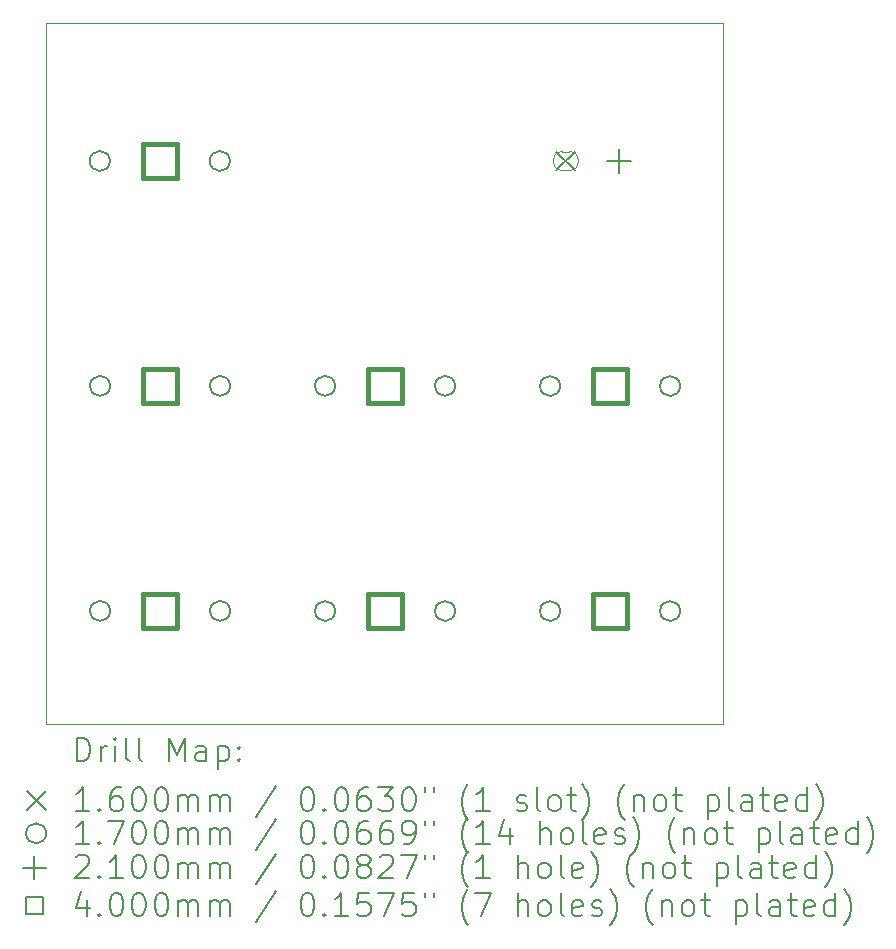
<source format=gbr>
%TF.GenerationSoftware,KiCad,Pcbnew,9.0.2*%
%TF.CreationDate,2025-06-17T21:40:11-05:00*%
%TF.ProjectId,hackapad_but_kerbal,6861636b-6170-4616-945f-6275745f6b65,rev?*%
%TF.SameCoordinates,Original*%
%TF.FileFunction,Drillmap*%
%TF.FilePolarity,Positive*%
%FSLAX45Y45*%
G04 Gerber Fmt 4.5, Leading zero omitted, Abs format (unit mm)*
G04 Created by KiCad (PCBNEW 9.0.2) date 2025-06-17 21:40:11*
%MOMM*%
%LPD*%
G01*
G04 APERTURE LIST*
%ADD10C,0.050000*%
%ADD11C,0.200000*%
%ADD12C,0.160000*%
%ADD13C,0.100000*%
%ADD14C,0.170000*%
%ADD15C,0.210000*%
%ADD16C,0.400000*%
G04 APERTURE END LIST*
D10*
X9840000Y-6170000D02*
X15570000Y-6170000D01*
X15570000Y-12110000D01*
X9840000Y-12110000D01*
X9840000Y-6170000D01*
D11*
D12*
X14157625Y-7260000D02*
X14317625Y-7420000D01*
X14317625Y-7260000D02*
X14157625Y-7420000D01*
D13*
X14207625Y-7420000D02*
X14267625Y-7420000D01*
X14267625Y-7260000D02*
G75*
G02*
X14267625Y-7420000I0J-80000D01*
G01*
X14267625Y-7260000D02*
X14207625Y-7260000D01*
X14207625Y-7260000D02*
G75*
G03*
X14207625Y-7420000I0J-80000D01*
G01*
D14*
X10377000Y-7340000D02*
G75*
G02*
X10207000Y-7340000I-85000J0D01*
G01*
X10207000Y-7340000D02*
G75*
G02*
X10377000Y-7340000I85000J0D01*
G01*
X10379000Y-9244125D02*
G75*
G02*
X10209000Y-9244125I-85000J0D01*
G01*
X10209000Y-9244125D02*
G75*
G02*
X10379000Y-9244125I85000J0D01*
G01*
X10379000Y-11149125D02*
G75*
G02*
X10209000Y-11149125I-85000J0D01*
G01*
X10209000Y-11149125D02*
G75*
G02*
X10379000Y-11149125I85000J0D01*
G01*
X11393000Y-7340000D02*
G75*
G02*
X11223000Y-7340000I-85000J0D01*
G01*
X11223000Y-7340000D02*
G75*
G02*
X11393000Y-7340000I85000J0D01*
G01*
X11395000Y-9244125D02*
G75*
G02*
X11225000Y-9244125I-85000J0D01*
G01*
X11225000Y-9244125D02*
G75*
G02*
X11395000Y-9244125I85000J0D01*
G01*
X11395000Y-11149125D02*
G75*
G02*
X11225000Y-11149125I-85000J0D01*
G01*
X11225000Y-11149125D02*
G75*
G02*
X11395000Y-11149125I85000J0D01*
G01*
X12284000Y-9244125D02*
G75*
G02*
X12114000Y-9244125I-85000J0D01*
G01*
X12114000Y-9244125D02*
G75*
G02*
X12284000Y-9244125I85000J0D01*
G01*
X12284000Y-11150000D02*
G75*
G02*
X12114000Y-11150000I-85000J0D01*
G01*
X12114000Y-11150000D02*
G75*
G02*
X12284000Y-11150000I85000J0D01*
G01*
X13300000Y-9244125D02*
G75*
G02*
X13130000Y-9244125I-85000J0D01*
G01*
X13130000Y-9244125D02*
G75*
G02*
X13300000Y-9244125I85000J0D01*
G01*
X13300000Y-11150000D02*
G75*
G02*
X13130000Y-11150000I-85000J0D01*
G01*
X13130000Y-11150000D02*
G75*
G02*
X13300000Y-11150000I85000J0D01*
G01*
X14189000Y-9245000D02*
G75*
G02*
X14019000Y-9245000I-85000J0D01*
G01*
X14019000Y-9245000D02*
G75*
G02*
X14189000Y-9245000I85000J0D01*
G01*
X14189000Y-11150000D02*
G75*
G02*
X14019000Y-11150000I-85000J0D01*
G01*
X14019000Y-11150000D02*
G75*
G02*
X14189000Y-11150000I85000J0D01*
G01*
X15205000Y-9245000D02*
G75*
G02*
X15035000Y-9245000I-85000J0D01*
G01*
X15035000Y-9245000D02*
G75*
G02*
X15205000Y-9245000I85000J0D01*
G01*
X15205000Y-11150000D02*
G75*
G02*
X15035000Y-11150000I-85000J0D01*
G01*
X15035000Y-11150000D02*
G75*
G02*
X15205000Y-11150000I85000J0D01*
G01*
D15*
X14687625Y-7235000D02*
X14687625Y-7445000D01*
X14582625Y-7340000D02*
X14792625Y-7340000D01*
D16*
X10941423Y-7481423D02*
X10941423Y-7198577D01*
X10658577Y-7198577D01*
X10658577Y-7481423D01*
X10941423Y-7481423D01*
X10943423Y-9385548D02*
X10943423Y-9102702D01*
X10660577Y-9102702D01*
X10660577Y-9385548D01*
X10943423Y-9385548D01*
X10943423Y-11290548D02*
X10943423Y-11007702D01*
X10660577Y-11007702D01*
X10660577Y-11290548D01*
X10943423Y-11290548D01*
X12848423Y-9385548D02*
X12848423Y-9102702D01*
X12565577Y-9102702D01*
X12565577Y-9385548D01*
X12848423Y-9385548D01*
X12848423Y-11291423D02*
X12848423Y-11008577D01*
X12565577Y-11008577D01*
X12565577Y-11291423D01*
X12848423Y-11291423D01*
X14753423Y-9386423D02*
X14753423Y-9103577D01*
X14470577Y-9103577D01*
X14470577Y-9386423D01*
X14753423Y-9386423D01*
X14753423Y-11291423D02*
X14753423Y-11008577D01*
X14470577Y-11008577D01*
X14470577Y-11291423D01*
X14753423Y-11291423D01*
D11*
X10098277Y-12423984D02*
X10098277Y-12223984D01*
X10098277Y-12223984D02*
X10145896Y-12223984D01*
X10145896Y-12223984D02*
X10174467Y-12233508D01*
X10174467Y-12233508D02*
X10193515Y-12252555D01*
X10193515Y-12252555D02*
X10203039Y-12271603D01*
X10203039Y-12271603D02*
X10212563Y-12309698D01*
X10212563Y-12309698D02*
X10212563Y-12338269D01*
X10212563Y-12338269D02*
X10203039Y-12376365D01*
X10203039Y-12376365D02*
X10193515Y-12395412D01*
X10193515Y-12395412D02*
X10174467Y-12414460D01*
X10174467Y-12414460D02*
X10145896Y-12423984D01*
X10145896Y-12423984D02*
X10098277Y-12423984D01*
X10298277Y-12423984D02*
X10298277Y-12290650D01*
X10298277Y-12328746D02*
X10307801Y-12309698D01*
X10307801Y-12309698D02*
X10317324Y-12300174D01*
X10317324Y-12300174D02*
X10336372Y-12290650D01*
X10336372Y-12290650D02*
X10355420Y-12290650D01*
X10422086Y-12423984D02*
X10422086Y-12290650D01*
X10422086Y-12223984D02*
X10412563Y-12233508D01*
X10412563Y-12233508D02*
X10422086Y-12243031D01*
X10422086Y-12243031D02*
X10431610Y-12233508D01*
X10431610Y-12233508D02*
X10422086Y-12223984D01*
X10422086Y-12223984D02*
X10422086Y-12243031D01*
X10545896Y-12423984D02*
X10526848Y-12414460D01*
X10526848Y-12414460D02*
X10517324Y-12395412D01*
X10517324Y-12395412D02*
X10517324Y-12223984D01*
X10650658Y-12423984D02*
X10631610Y-12414460D01*
X10631610Y-12414460D02*
X10622086Y-12395412D01*
X10622086Y-12395412D02*
X10622086Y-12223984D01*
X10879229Y-12423984D02*
X10879229Y-12223984D01*
X10879229Y-12223984D02*
X10945896Y-12366841D01*
X10945896Y-12366841D02*
X11012563Y-12223984D01*
X11012563Y-12223984D02*
X11012563Y-12423984D01*
X11193515Y-12423984D02*
X11193515Y-12319222D01*
X11193515Y-12319222D02*
X11183991Y-12300174D01*
X11183991Y-12300174D02*
X11164944Y-12290650D01*
X11164944Y-12290650D02*
X11126848Y-12290650D01*
X11126848Y-12290650D02*
X11107801Y-12300174D01*
X11193515Y-12414460D02*
X11174467Y-12423984D01*
X11174467Y-12423984D02*
X11126848Y-12423984D01*
X11126848Y-12423984D02*
X11107801Y-12414460D01*
X11107801Y-12414460D02*
X11098277Y-12395412D01*
X11098277Y-12395412D02*
X11098277Y-12376365D01*
X11098277Y-12376365D02*
X11107801Y-12357317D01*
X11107801Y-12357317D02*
X11126848Y-12347793D01*
X11126848Y-12347793D02*
X11174467Y-12347793D01*
X11174467Y-12347793D02*
X11193515Y-12338269D01*
X11288753Y-12290650D02*
X11288753Y-12490650D01*
X11288753Y-12300174D02*
X11307801Y-12290650D01*
X11307801Y-12290650D02*
X11345896Y-12290650D01*
X11345896Y-12290650D02*
X11364943Y-12300174D01*
X11364943Y-12300174D02*
X11374467Y-12309698D01*
X11374467Y-12309698D02*
X11383991Y-12328746D01*
X11383991Y-12328746D02*
X11383991Y-12385888D01*
X11383991Y-12385888D02*
X11374467Y-12404936D01*
X11374467Y-12404936D02*
X11364943Y-12414460D01*
X11364943Y-12414460D02*
X11345896Y-12423984D01*
X11345896Y-12423984D02*
X11307801Y-12423984D01*
X11307801Y-12423984D02*
X11288753Y-12414460D01*
X11469705Y-12404936D02*
X11479229Y-12414460D01*
X11479229Y-12414460D02*
X11469705Y-12423984D01*
X11469705Y-12423984D02*
X11460182Y-12414460D01*
X11460182Y-12414460D02*
X11469705Y-12404936D01*
X11469705Y-12404936D02*
X11469705Y-12423984D01*
X11469705Y-12300174D02*
X11479229Y-12309698D01*
X11479229Y-12309698D02*
X11469705Y-12319222D01*
X11469705Y-12319222D02*
X11460182Y-12309698D01*
X11460182Y-12309698D02*
X11469705Y-12300174D01*
X11469705Y-12300174D02*
X11469705Y-12319222D01*
D12*
X9677500Y-12672500D02*
X9837500Y-12832500D01*
X9837500Y-12672500D02*
X9677500Y-12832500D01*
D11*
X10203039Y-12843984D02*
X10088753Y-12843984D01*
X10145896Y-12843984D02*
X10145896Y-12643984D01*
X10145896Y-12643984D02*
X10126848Y-12672555D01*
X10126848Y-12672555D02*
X10107801Y-12691603D01*
X10107801Y-12691603D02*
X10088753Y-12701127D01*
X10288753Y-12824936D02*
X10298277Y-12834460D01*
X10298277Y-12834460D02*
X10288753Y-12843984D01*
X10288753Y-12843984D02*
X10279229Y-12834460D01*
X10279229Y-12834460D02*
X10288753Y-12824936D01*
X10288753Y-12824936D02*
X10288753Y-12843984D01*
X10469705Y-12643984D02*
X10431610Y-12643984D01*
X10431610Y-12643984D02*
X10412563Y-12653508D01*
X10412563Y-12653508D02*
X10403039Y-12663031D01*
X10403039Y-12663031D02*
X10383991Y-12691603D01*
X10383991Y-12691603D02*
X10374467Y-12729698D01*
X10374467Y-12729698D02*
X10374467Y-12805888D01*
X10374467Y-12805888D02*
X10383991Y-12824936D01*
X10383991Y-12824936D02*
X10393515Y-12834460D01*
X10393515Y-12834460D02*
X10412563Y-12843984D01*
X10412563Y-12843984D02*
X10450658Y-12843984D01*
X10450658Y-12843984D02*
X10469705Y-12834460D01*
X10469705Y-12834460D02*
X10479229Y-12824936D01*
X10479229Y-12824936D02*
X10488753Y-12805888D01*
X10488753Y-12805888D02*
X10488753Y-12758269D01*
X10488753Y-12758269D02*
X10479229Y-12739222D01*
X10479229Y-12739222D02*
X10469705Y-12729698D01*
X10469705Y-12729698D02*
X10450658Y-12720174D01*
X10450658Y-12720174D02*
X10412563Y-12720174D01*
X10412563Y-12720174D02*
X10393515Y-12729698D01*
X10393515Y-12729698D02*
X10383991Y-12739222D01*
X10383991Y-12739222D02*
X10374467Y-12758269D01*
X10612563Y-12643984D02*
X10631610Y-12643984D01*
X10631610Y-12643984D02*
X10650658Y-12653508D01*
X10650658Y-12653508D02*
X10660182Y-12663031D01*
X10660182Y-12663031D02*
X10669705Y-12682079D01*
X10669705Y-12682079D02*
X10679229Y-12720174D01*
X10679229Y-12720174D02*
X10679229Y-12767793D01*
X10679229Y-12767793D02*
X10669705Y-12805888D01*
X10669705Y-12805888D02*
X10660182Y-12824936D01*
X10660182Y-12824936D02*
X10650658Y-12834460D01*
X10650658Y-12834460D02*
X10631610Y-12843984D01*
X10631610Y-12843984D02*
X10612563Y-12843984D01*
X10612563Y-12843984D02*
X10593515Y-12834460D01*
X10593515Y-12834460D02*
X10583991Y-12824936D01*
X10583991Y-12824936D02*
X10574467Y-12805888D01*
X10574467Y-12805888D02*
X10564944Y-12767793D01*
X10564944Y-12767793D02*
X10564944Y-12720174D01*
X10564944Y-12720174D02*
X10574467Y-12682079D01*
X10574467Y-12682079D02*
X10583991Y-12663031D01*
X10583991Y-12663031D02*
X10593515Y-12653508D01*
X10593515Y-12653508D02*
X10612563Y-12643984D01*
X10803039Y-12643984D02*
X10822086Y-12643984D01*
X10822086Y-12643984D02*
X10841134Y-12653508D01*
X10841134Y-12653508D02*
X10850658Y-12663031D01*
X10850658Y-12663031D02*
X10860182Y-12682079D01*
X10860182Y-12682079D02*
X10869705Y-12720174D01*
X10869705Y-12720174D02*
X10869705Y-12767793D01*
X10869705Y-12767793D02*
X10860182Y-12805888D01*
X10860182Y-12805888D02*
X10850658Y-12824936D01*
X10850658Y-12824936D02*
X10841134Y-12834460D01*
X10841134Y-12834460D02*
X10822086Y-12843984D01*
X10822086Y-12843984D02*
X10803039Y-12843984D01*
X10803039Y-12843984D02*
X10783991Y-12834460D01*
X10783991Y-12834460D02*
X10774467Y-12824936D01*
X10774467Y-12824936D02*
X10764944Y-12805888D01*
X10764944Y-12805888D02*
X10755420Y-12767793D01*
X10755420Y-12767793D02*
X10755420Y-12720174D01*
X10755420Y-12720174D02*
X10764944Y-12682079D01*
X10764944Y-12682079D02*
X10774467Y-12663031D01*
X10774467Y-12663031D02*
X10783991Y-12653508D01*
X10783991Y-12653508D02*
X10803039Y-12643984D01*
X10955420Y-12843984D02*
X10955420Y-12710650D01*
X10955420Y-12729698D02*
X10964944Y-12720174D01*
X10964944Y-12720174D02*
X10983991Y-12710650D01*
X10983991Y-12710650D02*
X11012563Y-12710650D01*
X11012563Y-12710650D02*
X11031610Y-12720174D01*
X11031610Y-12720174D02*
X11041134Y-12739222D01*
X11041134Y-12739222D02*
X11041134Y-12843984D01*
X11041134Y-12739222D02*
X11050658Y-12720174D01*
X11050658Y-12720174D02*
X11069705Y-12710650D01*
X11069705Y-12710650D02*
X11098277Y-12710650D01*
X11098277Y-12710650D02*
X11117325Y-12720174D01*
X11117325Y-12720174D02*
X11126848Y-12739222D01*
X11126848Y-12739222D02*
X11126848Y-12843984D01*
X11222086Y-12843984D02*
X11222086Y-12710650D01*
X11222086Y-12729698D02*
X11231610Y-12720174D01*
X11231610Y-12720174D02*
X11250658Y-12710650D01*
X11250658Y-12710650D02*
X11279229Y-12710650D01*
X11279229Y-12710650D02*
X11298277Y-12720174D01*
X11298277Y-12720174D02*
X11307801Y-12739222D01*
X11307801Y-12739222D02*
X11307801Y-12843984D01*
X11307801Y-12739222D02*
X11317324Y-12720174D01*
X11317324Y-12720174D02*
X11336372Y-12710650D01*
X11336372Y-12710650D02*
X11364943Y-12710650D01*
X11364943Y-12710650D02*
X11383991Y-12720174D01*
X11383991Y-12720174D02*
X11393515Y-12739222D01*
X11393515Y-12739222D02*
X11393515Y-12843984D01*
X11783991Y-12634460D02*
X11612563Y-12891603D01*
X12041134Y-12643984D02*
X12060182Y-12643984D01*
X12060182Y-12643984D02*
X12079229Y-12653508D01*
X12079229Y-12653508D02*
X12088753Y-12663031D01*
X12088753Y-12663031D02*
X12098277Y-12682079D01*
X12098277Y-12682079D02*
X12107801Y-12720174D01*
X12107801Y-12720174D02*
X12107801Y-12767793D01*
X12107801Y-12767793D02*
X12098277Y-12805888D01*
X12098277Y-12805888D02*
X12088753Y-12824936D01*
X12088753Y-12824936D02*
X12079229Y-12834460D01*
X12079229Y-12834460D02*
X12060182Y-12843984D01*
X12060182Y-12843984D02*
X12041134Y-12843984D01*
X12041134Y-12843984D02*
X12022086Y-12834460D01*
X12022086Y-12834460D02*
X12012563Y-12824936D01*
X12012563Y-12824936D02*
X12003039Y-12805888D01*
X12003039Y-12805888D02*
X11993515Y-12767793D01*
X11993515Y-12767793D02*
X11993515Y-12720174D01*
X11993515Y-12720174D02*
X12003039Y-12682079D01*
X12003039Y-12682079D02*
X12012563Y-12663031D01*
X12012563Y-12663031D02*
X12022086Y-12653508D01*
X12022086Y-12653508D02*
X12041134Y-12643984D01*
X12193515Y-12824936D02*
X12203039Y-12834460D01*
X12203039Y-12834460D02*
X12193515Y-12843984D01*
X12193515Y-12843984D02*
X12183991Y-12834460D01*
X12183991Y-12834460D02*
X12193515Y-12824936D01*
X12193515Y-12824936D02*
X12193515Y-12843984D01*
X12326848Y-12643984D02*
X12345896Y-12643984D01*
X12345896Y-12643984D02*
X12364944Y-12653508D01*
X12364944Y-12653508D02*
X12374467Y-12663031D01*
X12374467Y-12663031D02*
X12383991Y-12682079D01*
X12383991Y-12682079D02*
X12393515Y-12720174D01*
X12393515Y-12720174D02*
X12393515Y-12767793D01*
X12393515Y-12767793D02*
X12383991Y-12805888D01*
X12383991Y-12805888D02*
X12374467Y-12824936D01*
X12374467Y-12824936D02*
X12364944Y-12834460D01*
X12364944Y-12834460D02*
X12345896Y-12843984D01*
X12345896Y-12843984D02*
X12326848Y-12843984D01*
X12326848Y-12843984D02*
X12307801Y-12834460D01*
X12307801Y-12834460D02*
X12298277Y-12824936D01*
X12298277Y-12824936D02*
X12288753Y-12805888D01*
X12288753Y-12805888D02*
X12279229Y-12767793D01*
X12279229Y-12767793D02*
X12279229Y-12720174D01*
X12279229Y-12720174D02*
X12288753Y-12682079D01*
X12288753Y-12682079D02*
X12298277Y-12663031D01*
X12298277Y-12663031D02*
X12307801Y-12653508D01*
X12307801Y-12653508D02*
X12326848Y-12643984D01*
X12564944Y-12643984D02*
X12526848Y-12643984D01*
X12526848Y-12643984D02*
X12507801Y-12653508D01*
X12507801Y-12653508D02*
X12498277Y-12663031D01*
X12498277Y-12663031D02*
X12479229Y-12691603D01*
X12479229Y-12691603D02*
X12469706Y-12729698D01*
X12469706Y-12729698D02*
X12469706Y-12805888D01*
X12469706Y-12805888D02*
X12479229Y-12824936D01*
X12479229Y-12824936D02*
X12488753Y-12834460D01*
X12488753Y-12834460D02*
X12507801Y-12843984D01*
X12507801Y-12843984D02*
X12545896Y-12843984D01*
X12545896Y-12843984D02*
X12564944Y-12834460D01*
X12564944Y-12834460D02*
X12574467Y-12824936D01*
X12574467Y-12824936D02*
X12583991Y-12805888D01*
X12583991Y-12805888D02*
X12583991Y-12758269D01*
X12583991Y-12758269D02*
X12574467Y-12739222D01*
X12574467Y-12739222D02*
X12564944Y-12729698D01*
X12564944Y-12729698D02*
X12545896Y-12720174D01*
X12545896Y-12720174D02*
X12507801Y-12720174D01*
X12507801Y-12720174D02*
X12488753Y-12729698D01*
X12488753Y-12729698D02*
X12479229Y-12739222D01*
X12479229Y-12739222D02*
X12469706Y-12758269D01*
X12650658Y-12643984D02*
X12774467Y-12643984D01*
X12774467Y-12643984D02*
X12707801Y-12720174D01*
X12707801Y-12720174D02*
X12736372Y-12720174D01*
X12736372Y-12720174D02*
X12755420Y-12729698D01*
X12755420Y-12729698D02*
X12764944Y-12739222D01*
X12764944Y-12739222D02*
X12774467Y-12758269D01*
X12774467Y-12758269D02*
X12774467Y-12805888D01*
X12774467Y-12805888D02*
X12764944Y-12824936D01*
X12764944Y-12824936D02*
X12755420Y-12834460D01*
X12755420Y-12834460D02*
X12736372Y-12843984D01*
X12736372Y-12843984D02*
X12679229Y-12843984D01*
X12679229Y-12843984D02*
X12660182Y-12834460D01*
X12660182Y-12834460D02*
X12650658Y-12824936D01*
X12898277Y-12643984D02*
X12917325Y-12643984D01*
X12917325Y-12643984D02*
X12936372Y-12653508D01*
X12936372Y-12653508D02*
X12945896Y-12663031D01*
X12945896Y-12663031D02*
X12955420Y-12682079D01*
X12955420Y-12682079D02*
X12964944Y-12720174D01*
X12964944Y-12720174D02*
X12964944Y-12767793D01*
X12964944Y-12767793D02*
X12955420Y-12805888D01*
X12955420Y-12805888D02*
X12945896Y-12824936D01*
X12945896Y-12824936D02*
X12936372Y-12834460D01*
X12936372Y-12834460D02*
X12917325Y-12843984D01*
X12917325Y-12843984D02*
X12898277Y-12843984D01*
X12898277Y-12843984D02*
X12879229Y-12834460D01*
X12879229Y-12834460D02*
X12869706Y-12824936D01*
X12869706Y-12824936D02*
X12860182Y-12805888D01*
X12860182Y-12805888D02*
X12850658Y-12767793D01*
X12850658Y-12767793D02*
X12850658Y-12720174D01*
X12850658Y-12720174D02*
X12860182Y-12682079D01*
X12860182Y-12682079D02*
X12869706Y-12663031D01*
X12869706Y-12663031D02*
X12879229Y-12653508D01*
X12879229Y-12653508D02*
X12898277Y-12643984D01*
X13041134Y-12643984D02*
X13041134Y-12682079D01*
X13117325Y-12643984D02*
X13117325Y-12682079D01*
X13412563Y-12920174D02*
X13403039Y-12910650D01*
X13403039Y-12910650D02*
X13383991Y-12882079D01*
X13383991Y-12882079D02*
X13374468Y-12863031D01*
X13374468Y-12863031D02*
X13364944Y-12834460D01*
X13364944Y-12834460D02*
X13355420Y-12786841D01*
X13355420Y-12786841D02*
X13355420Y-12748746D01*
X13355420Y-12748746D02*
X13364944Y-12701127D01*
X13364944Y-12701127D02*
X13374468Y-12672555D01*
X13374468Y-12672555D02*
X13383991Y-12653508D01*
X13383991Y-12653508D02*
X13403039Y-12624936D01*
X13403039Y-12624936D02*
X13412563Y-12615412D01*
X13593515Y-12843984D02*
X13479229Y-12843984D01*
X13536372Y-12843984D02*
X13536372Y-12643984D01*
X13536372Y-12643984D02*
X13517325Y-12672555D01*
X13517325Y-12672555D02*
X13498277Y-12691603D01*
X13498277Y-12691603D02*
X13479229Y-12701127D01*
X13822087Y-12834460D02*
X13841134Y-12843984D01*
X13841134Y-12843984D02*
X13879229Y-12843984D01*
X13879229Y-12843984D02*
X13898277Y-12834460D01*
X13898277Y-12834460D02*
X13907801Y-12815412D01*
X13907801Y-12815412D02*
X13907801Y-12805888D01*
X13907801Y-12805888D02*
X13898277Y-12786841D01*
X13898277Y-12786841D02*
X13879229Y-12777317D01*
X13879229Y-12777317D02*
X13850658Y-12777317D01*
X13850658Y-12777317D02*
X13831610Y-12767793D01*
X13831610Y-12767793D02*
X13822087Y-12748746D01*
X13822087Y-12748746D02*
X13822087Y-12739222D01*
X13822087Y-12739222D02*
X13831610Y-12720174D01*
X13831610Y-12720174D02*
X13850658Y-12710650D01*
X13850658Y-12710650D02*
X13879229Y-12710650D01*
X13879229Y-12710650D02*
X13898277Y-12720174D01*
X14022087Y-12843984D02*
X14003039Y-12834460D01*
X14003039Y-12834460D02*
X13993515Y-12815412D01*
X13993515Y-12815412D02*
X13993515Y-12643984D01*
X14126849Y-12843984D02*
X14107801Y-12834460D01*
X14107801Y-12834460D02*
X14098277Y-12824936D01*
X14098277Y-12824936D02*
X14088753Y-12805888D01*
X14088753Y-12805888D02*
X14088753Y-12748746D01*
X14088753Y-12748746D02*
X14098277Y-12729698D01*
X14098277Y-12729698D02*
X14107801Y-12720174D01*
X14107801Y-12720174D02*
X14126849Y-12710650D01*
X14126849Y-12710650D02*
X14155420Y-12710650D01*
X14155420Y-12710650D02*
X14174468Y-12720174D01*
X14174468Y-12720174D02*
X14183991Y-12729698D01*
X14183991Y-12729698D02*
X14193515Y-12748746D01*
X14193515Y-12748746D02*
X14193515Y-12805888D01*
X14193515Y-12805888D02*
X14183991Y-12824936D01*
X14183991Y-12824936D02*
X14174468Y-12834460D01*
X14174468Y-12834460D02*
X14155420Y-12843984D01*
X14155420Y-12843984D02*
X14126849Y-12843984D01*
X14250658Y-12710650D02*
X14326849Y-12710650D01*
X14279230Y-12643984D02*
X14279230Y-12815412D01*
X14279230Y-12815412D02*
X14288753Y-12834460D01*
X14288753Y-12834460D02*
X14307801Y-12843984D01*
X14307801Y-12843984D02*
X14326849Y-12843984D01*
X14374468Y-12920174D02*
X14383991Y-12910650D01*
X14383991Y-12910650D02*
X14403039Y-12882079D01*
X14403039Y-12882079D02*
X14412563Y-12863031D01*
X14412563Y-12863031D02*
X14422087Y-12834460D01*
X14422087Y-12834460D02*
X14431610Y-12786841D01*
X14431610Y-12786841D02*
X14431610Y-12748746D01*
X14431610Y-12748746D02*
X14422087Y-12701127D01*
X14422087Y-12701127D02*
X14412563Y-12672555D01*
X14412563Y-12672555D02*
X14403039Y-12653508D01*
X14403039Y-12653508D02*
X14383991Y-12624936D01*
X14383991Y-12624936D02*
X14374468Y-12615412D01*
X14736372Y-12920174D02*
X14726849Y-12910650D01*
X14726849Y-12910650D02*
X14707801Y-12882079D01*
X14707801Y-12882079D02*
X14698277Y-12863031D01*
X14698277Y-12863031D02*
X14688753Y-12834460D01*
X14688753Y-12834460D02*
X14679230Y-12786841D01*
X14679230Y-12786841D02*
X14679230Y-12748746D01*
X14679230Y-12748746D02*
X14688753Y-12701127D01*
X14688753Y-12701127D02*
X14698277Y-12672555D01*
X14698277Y-12672555D02*
X14707801Y-12653508D01*
X14707801Y-12653508D02*
X14726849Y-12624936D01*
X14726849Y-12624936D02*
X14736372Y-12615412D01*
X14812563Y-12710650D02*
X14812563Y-12843984D01*
X14812563Y-12729698D02*
X14822087Y-12720174D01*
X14822087Y-12720174D02*
X14841134Y-12710650D01*
X14841134Y-12710650D02*
X14869706Y-12710650D01*
X14869706Y-12710650D02*
X14888753Y-12720174D01*
X14888753Y-12720174D02*
X14898277Y-12739222D01*
X14898277Y-12739222D02*
X14898277Y-12843984D01*
X15022087Y-12843984D02*
X15003039Y-12834460D01*
X15003039Y-12834460D02*
X14993515Y-12824936D01*
X14993515Y-12824936D02*
X14983991Y-12805888D01*
X14983991Y-12805888D02*
X14983991Y-12748746D01*
X14983991Y-12748746D02*
X14993515Y-12729698D01*
X14993515Y-12729698D02*
X15003039Y-12720174D01*
X15003039Y-12720174D02*
X15022087Y-12710650D01*
X15022087Y-12710650D02*
X15050658Y-12710650D01*
X15050658Y-12710650D02*
X15069706Y-12720174D01*
X15069706Y-12720174D02*
X15079230Y-12729698D01*
X15079230Y-12729698D02*
X15088753Y-12748746D01*
X15088753Y-12748746D02*
X15088753Y-12805888D01*
X15088753Y-12805888D02*
X15079230Y-12824936D01*
X15079230Y-12824936D02*
X15069706Y-12834460D01*
X15069706Y-12834460D02*
X15050658Y-12843984D01*
X15050658Y-12843984D02*
X15022087Y-12843984D01*
X15145896Y-12710650D02*
X15222087Y-12710650D01*
X15174468Y-12643984D02*
X15174468Y-12815412D01*
X15174468Y-12815412D02*
X15183991Y-12834460D01*
X15183991Y-12834460D02*
X15203039Y-12843984D01*
X15203039Y-12843984D02*
X15222087Y-12843984D01*
X15441134Y-12710650D02*
X15441134Y-12910650D01*
X15441134Y-12720174D02*
X15460182Y-12710650D01*
X15460182Y-12710650D02*
X15498277Y-12710650D01*
X15498277Y-12710650D02*
X15517325Y-12720174D01*
X15517325Y-12720174D02*
X15526849Y-12729698D01*
X15526849Y-12729698D02*
X15536372Y-12748746D01*
X15536372Y-12748746D02*
X15536372Y-12805888D01*
X15536372Y-12805888D02*
X15526849Y-12824936D01*
X15526849Y-12824936D02*
X15517325Y-12834460D01*
X15517325Y-12834460D02*
X15498277Y-12843984D01*
X15498277Y-12843984D02*
X15460182Y-12843984D01*
X15460182Y-12843984D02*
X15441134Y-12834460D01*
X15650658Y-12843984D02*
X15631611Y-12834460D01*
X15631611Y-12834460D02*
X15622087Y-12815412D01*
X15622087Y-12815412D02*
X15622087Y-12643984D01*
X15812563Y-12843984D02*
X15812563Y-12739222D01*
X15812563Y-12739222D02*
X15803039Y-12720174D01*
X15803039Y-12720174D02*
X15783992Y-12710650D01*
X15783992Y-12710650D02*
X15745896Y-12710650D01*
X15745896Y-12710650D02*
X15726849Y-12720174D01*
X15812563Y-12834460D02*
X15793515Y-12843984D01*
X15793515Y-12843984D02*
X15745896Y-12843984D01*
X15745896Y-12843984D02*
X15726849Y-12834460D01*
X15726849Y-12834460D02*
X15717325Y-12815412D01*
X15717325Y-12815412D02*
X15717325Y-12796365D01*
X15717325Y-12796365D02*
X15726849Y-12777317D01*
X15726849Y-12777317D02*
X15745896Y-12767793D01*
X15745896Y-12767793D02*
X15793515Y-12767793D01*
X15793515Y-12767793D02*
X15812563Y-12758269D01*
X15879230Y-12710650D02*
X15955420Y-12710650D01*
X15907801Y-12643984D02*
X15907801Y-12815412D01*
X15907801Y-12815412D02*
X15917325Y-12834460D01*
X15917325Y-12834460D02*
X15936372Y-12843984D01*
X15936372Y-12843984D02*
X15955420Y-12843984D01*
X16098277Y-12834460D02*
X16079230Y-12843984D01*
X16079230Y-12843984D02*
X16041134Y-12843984D01*
X16041134Y-12843984D02*
X16022087Y-12834460D01*
X16022087Y-12834460D02*
X16012563Y-12815412D01*
X16012563Y-12815412D02*
X16012563Y-12739222D01*
X16012563Y-12739222D02*
X16022087Y-12720174D01*
X16022087Y-12720174D02*
X16041134Y-12710650D01*
X16041134Y-12710650D02*
X16079230Y-12710650D01*
X16079230Y-12710650D02*
X16098277Y-12720174D01*
X16098277Y-12720174D02*
X16107801Y-12739222D01*
X16107801Y-12739222D02*
X16107801Y-12758269D01*
X16107801Y-12758269D02*
X16012563Y-12777317D01*
X16279230Y-12843984D02*
X16279230Y-12643984D01*
X16279230Y-12834460D02*
X16260182Y-12843984D01*
X16260182Y-12843984D02*
X16222087Y-12843984D01*
X16222087Y-12843984D02*
X16203039Y-12834460D01*
X16203039Y-12834460D02*
X16193515Y-12824936D01*
X16193515Y-12824936D02*
X16183992Y-12805888D01*
X16183992Y-12805888D02*
X16183992Y-12748746D01*
X16183992Y-12748746D02*
X16193515Y-12729698D01*
X16193515Y-12729698D02*
X16203039Y-12720174D01*
X16203039Y-12720174D02*
X16222087Y-12710650D01*
X16222087Y-12710650D02*
X16260182Y-12710650D01*
X16260182Y-12710650D02*
X16279230Y-12720174D01*
X16355420Y-12920174D02*
X16364944Y-12910650D01*
X16364944Y-12910650D02*
X16383992Y-12882079D01*
X16383992Y-12882079D02*
X16393515Y-12863031D01*
X16393515Y-12863031D02*
X16403039Y-12834460D01*
X16403039Y-12834460D02*
X16412563Y-12786841D01*
X16412563Y-12786841D02*
X16412563Y-12748746D01*
X16412563Y-12748746D02*
X16403039Y-12701127D01*
X16403039Y-12701127D02*
X16393515Y-12672555D01*
X16393515Y-12672555D02*
X16383992Y-12653508D01*
X16383992Y-12653508D02*
X16364944Y-12624936D01*
X16364944Y-12624936D02*
X16355420Y-12615412D01*
D14*
X9837500Y-13032500D02*
G75*
G02*
X9667500Y-13032500I-85000J0D01*
G01*
X9667500Y-13032500D02*
G75*
G02*
X9837500Y-13032500I85000J0D01*
G01*
D11*
X10203039Y-13123984D02*
X10088753Y-13123984D01*
X10145896Y-13123984D02*
X10145896Y-12923984D01*
X10145896Y-12923984D02*
X10126848Y-12952555D01*
X10126848Y-12952555D02*
X10107801Y-12971603D01*
X10107801Y-12971603D02*
X10088753Y-12981127D01*
X10288753Y-13104936D02*
X10298277Y-13114460D01*
X10298277Y-13114460D02*
X10288753Y-13123984D01*
X10288753Y-13123984D02*
X10279229Y-13114460D01*
X10279229Y-13114460D02*
X10288753Y-13104936D01*
X10288753Y-13104936D02*
X10288753Y-13123984D01*
X10364944Y-12923984D02*
X10498277Y-12923984D01*
X10498277Y-12923984D02*
X10412563Y-13123984D01*
X10612563Y-12923984D02*
X10631610Y-12923984D01*
X10631610Y-12923984D02*
X10650658Y-12933508D01*
X10650658Y-12933508D02*
X10660182Y-12943031D01*
X10660182Y-12943031D02*
X10669705Y-12962079D01*
X10669705Y-12962079D02*
X10679229Y-13000174D01*
X10679229Y-13000174D02*
X10679229Y-13047793D01*
X10679229Y-13047793D02*
X10669705Y-13085888D01*
X10669705Y-13085888D02*
X10660182Y-13104936D01*
X10660182Y-13104936D02*
X10650658Y-13114460D01*
X10650658Y-13114460D02*
X10631610Y-13123984D01*
X10631610Y-13123984D02*
X10612563Y-13123984D01*
X10612563Y-13123984D02*
X10593515Y-13114460D01*
X10593515Y-13114460D02*
X10583991Y-13104936D01*
X10583991Y-13104936D02*
X10574467Y-13085888D01*
X10574467Y-13085888D02*
X10564944Y-13047793D01*
X10564944Y-13047793D02*
X10564944Y-13000174D01*
X10564944Y-13000174D02*
X10574467Y-12962079D01*
X10574467Y-12962079D02*
X10583991Y-12943031D01*
X10583991Y-12943031D02*
X10593515Y-12933508D01*
X10593515Y-12933508D02*
X10612563Y-12923984D01*
X10803039Y-12923984D02*
X10822086Y-12923984D01*
X10822086Y-12923984D02*
X10841134Y-12933508D01*
X10841134Y-12933508D02*
X10850658Y-12943031D01*
X10850658Y-12943031D02*
X10860182Y-12962079D01*
X10860182Y-12962079D02*
X10869705Y-13000174D01*
X10869705Y-13000174D02*
X10869705Y-13047793D01*
X10869705Y-13047793D02*
X10860182Y-13085888D01*
X10860182Y-13085888D02*
X10850658Y-13104936D01*
X10850658Y-13104936D02*
X10841134Y-13114460D01*
X10841134Y-13114460D02*
X10822086Y-13123984D01*
X10822086Y-13123984D02*
X10803039Y-13123984D01*
X10803039Y-13123984D02*
X10783991Y-13114460D01*
X10783991Y-13114460D02*
X10774467Y-13104936D01*
X10774467Y-13104936D02*
X10764944Y-13085888D01*
X10764944Y-13085888D02*
X10755420Y-13047793D01*
X10755420Y-13047793D02*
X10755420Y-13000174D01*
X10755420Y-13000174D02*
X10764944Y-12962079D01*
X10764944Y-12962079D02*
X10774467Y-12943031D01*
X10774467Y-12943031D02*
X10783991Y-12933508D01*
X10783991Y-12933508D02*
X10803039Y-12923984D01*
X10955420Y-13123984D02*
X10955420Y-12990650D01*
X10955420Y-13009698D02*
X10964944Y-13000174D01*
X10964944Y-13000174D02*
X10983991Y-12990650D01*
X10983991Y-12990650D02*
X11012563Y-12990650D01*
X11012563Y-12990650D02*
X11031610Y-13000174D01*
X11031610Y-13000174D02*
X11041134Y-13019222D01*
X11041134Y-13019222D02*
X11041134Y-13123984D01*
X11041134Y-13019222D02*
X11050658Y-13000174D01*
X11050658Y-13000174D02*
X11069705Y-12990650D01*
X11069705Y-12990650D02*
X11098277Y-12990650D01*
X11098277Y-12990650D02*
X11117325Y-13000174D01*
X11117325Y-13000174D02*
X11126848Y-13019222D01*
X11126848Y-13019222D02*
X11126848Y-13123984D01*
X11222086Y-13123984D02*
X11222086Y-12990650D01*
X11222086Y-13009698D02*
X11231610Y-13000174D01*
X11231610Y-13000174D02*
X11250658Y-12990650D01*
X11250658Y-12990650D02*
X11279229Y-12990650D01*
X11279229Y-12990650D02*
X11298277Y-13000174D01*
X11298277Y-13000174D02*
X11307801Y-13019222D01*
X11307801Y-13019222D02*
X11307801Y-13123984D01*
X11307801Y-13019222D02*
X11317324Y-13000174D01*
X11317324Y-13000174D02*
X11336372Y-12990650D01*
X11336372Y-12990650D02*
X11364943Y-12990650D01*
X11364943Y-12990650D02*
X11383991Y-13000174D01*
X11383991Y-13000174D02*
X11393515Y-13019222D01*
X11393515Y-13019222D02*
X11393515Y-13123984D01*
X11783991Y-12914460D02*
X11612563Y-13171603D01*
X12041134Y-12923984D02*
X12060182Y-12923984D01*
X12060182Y-12923984D02*
X12079229Y-12933508D01*
X12079229Y-12933508D02*
X12088753Y-12943031D01*
X12088753Y-12943031D02*
X12098277Y-12962079D01*
X12098277Y-12962079D02*
X12107801Y-13000174D01*
X12107801Y-13000174D02*
X12107801Y-13047793D01*
X12107801Y-13047793D02*
X12098277Y-13085888D01*
X12098277Y-13085888D02*
X12088753Y-13104936D01*
X12088753Y-13104936D02*
X12079229Y-13114460D01*
X12079229Y-13114460D02*
X12060182Y-13123984D01*
X12060182Y-13123984D02*
X12041134Y-13123984D01*
X12041134Y-13123984D02*
X12022086Y-13114460D01*
X12022086Y-13114460D02*
X12012563Y-13104936D01*
X12012563Y-13104936D02*
X12003039Y-13085888D01*
X12003039Y-13085888D02*
X11993515Y-13047793D01*
X11993515Y-13047793D02*
X11993515Y-13000174D01*
X11993515Y-13000174D02*
X12003039Y-12962079D01*
X12003039Y-12962079D02*
X12012563Y-12943031D01*
X12012563Y-12943031D02*
X12022086Y-12933508D01*
X12022086Y-12933508D02*
X12041134Y-12923984D01*
X12193515Y-13104936D02*
X12203039Y-13114460D01*
X12203039Y-13114460D02*
X12193515Y-13123984D01*
X12193515Y-13123984D02*
X12183991Y-13114460D01*
X12183991Y-13114460D02*
X12193515Y-13104936D01*
X12193515Y-13104936D02*
X12193515Y-13123984D01*
X12326848Y-12923984D02*
X12345896Y-12923984D01*
X12345896Y-12923984D02*
X12364944Y-12933508D01*
X12364944Y-12933508D02*
X12374467Y-12943031D01*
X12374467Y-12943031D02*
X12383991Y-12962079D01*
X12383991Y-12962079D02*
X12393515Y-13000174D01*
X12393515Y-13000174D02*
X12393515Y-13047793D01*
X12393515Y-13047793D02*
X12383991Y-13085888D01*
X12383991Y-13085888D02*
X12374467Y-13104936D01*
X12374467Y-13104936D02*
X12364944Y-13114460D01*
X12364944Y-13114460D02*
X12345896Y-13123984D01*
X12345896Y-13123984D02*
X12326848Y-13123984D01*
X12326848Y-13123984D02*
X12307801Y-13114460D01*
X12307801Y-13114460D02*
X12298277Y-13104936D01*
X12298277Y-13104936D02*
X12288753Y-13085888D01*
X12288753Y-13085888D02*
X12279229Y-13047793D01*
X12279229Y-13047793D02*
X12279229Y-13000174D01*
X12279229Y-13000174D02*
X12288753Y-12962079D01*
X12288753Y-12962079D02*
X12298277Y-12943031D01*
X12298277Y-12943031D02*
X12307801Y-12933508D01*
X12307801Y-12933508D02*
X12326848Y-12923984D01*
X12564944Y-12923984D02*
X12526848Y-12923984D01*
X12526848Y-12923984D02*
X12507801Y-12933508D01*
X12507801Y-12933508D02*
X12498277Y-12943031D01*
X12498277Y-12943031D02*
X12479229Y-12971603D01*
X12479229Y-12971603D02*
X12469706Y-13009698D01*
X12469706Y-13009698D02*
X12469706Y-13085888D01*
X12469706Y-13085888D02*
X12479229Y-13104936D01*
X12479229Y-13104936D02*
X12488753Y-13114460D01*
X12488753Y-13114460D02*
X12507801Y-13123984D01*
X12507801Y-13123984D02*
X12545896Y-13123984D01*
X12545896Y-13123984D02*
X12564944Y-13114460D01*
X12564944Y-13114460D02*
X12574467Y-13104936D01*
X12574467Y-13104936D02*
X12583991Y-13085888D01*
X12583991Y-13085888D02*
X12583991Y-13038269D01*
X12583991Y-13038269D02*
X12574467Y-13019222D01*
X12574467Y-13019222D02*
X12564944Y-13009698D01*
X12564944Y-13009698D02*
X12545896Y-13000174D01*
X12545896Y-13000174D02*
X12507801Y-13000174D01*
X12507801Y-13000174D02*
X12488753Y-13009698D01*
X12488753Y-13009698D02*
X12479229Y-13019222D01*
X12479229Y-13019222D02*
X12469706Y-13038269D01*
X12755420Y-12923984D02*
X12717325Y-12923984D01*
X12717325Y-12923984D02*
X12698277Y-12933508D01*
X12698277Y-12933508D02*
X12688753Y-12943031D01*
X12688753Y-12943031D02*
X12669706Y-12971603D01*
X12669706Y-12971603D02*
X12660182Y-13009698D01*
X12660182Y-13009698D02*
X12660182Y-13085888D01*
X12660182Y-13085888D02*
X12669706Y-13104936D01*
X12669706Y-13104936D02*
X12679229Y-13114460D01*
X12679229Y-13114460D02*
X12698277Y-13123984D01*
X12698277Y-13123984D02*
X12736372Y-13123984D01*
X12736372Y-13123984D02*
X12755420Y-13114460D01*
X12755420Y-13114460D02*
X12764944Y-13104936D01*
X12764944Y-13104936D02*
X12774467Y-13085888D01*
X12774467Y-13085888D02*
X12774467Y-13038269D01*
X12774467Y-13038269D02*
X12764944Y-13019222D01*
X12764944Y-13019222D02*
X12755420Y-13009698D01*
X12755420Y-13009698D02*
X12736372Y-13000174D01*
X12736372Y-13000174D02*
X12698277Y-13000174D01*
X12698277Y-13000174D02*
X12679229Y-13009698D01*
X12679229Y-13009698D02*
X12669706Y-13019222D01*
X12669706Y-13019222D02*
X12660182Y-13038269D01*
X12869706Y-13123984D02*
X12907801Y-13123984D01*
X12907801Y-13123984D02*
X12926848Y-13114460D01*
X12926848Y-13114460D02*
X12936372Y-13104936D01*
X12936372Y-13104936D02*
X12955420Y-13076365D01*
X12955420Y-13076365D02*
X12964944Y-13038269D01*
X12964944Y-13038269D02*
X12964944Y-12962079D01*
X12964944Y-12962079D02*
X12955420Y-12943031D01*
X12955420Y-12943031D02*
X12945896Y-12933508D01*
X12945896Y-12933508D02*
X12926848Y-12923984D01*
X12926848Y-12923984D02*
X12888753Y-12923984D01*
X12888753Y-12923984D02*
X12869706Y-12933508D01*
X12869706Y-12933508D02*
X12860182Y-12943031D01*
X12860182Y-12943031D02*
X12850658Y-12962079D01*
X12850658Y-12962079D02*
X12850658Y-13009698D01*
X12850658Y-13009698D02*
X12860182Y-13028746D01*
X12860182Y-13028746D02*
X12869706Y-13038269D01*
X12869706Y-13038269D02*
X12888753Y-13047793D01*
X12888753Y-13047793D02*
X12926848Y-13047793D01*
X12926848Y-13047793D02*
X12945896Y-13038269D01*
X12945896Y-13038269D02*
X12955420Y-13028746D01*
X12955420Y-13028746D02*
X12964944Y-13009698D01*
X13041134Y-12923984D02*
X13041134Y-12962079D01*
X13117325Y-12923984D02*
X13117325Y-12962079D01*
X13412563Y-13200174D02*
X13403039Y-13190650D01*
X13403039Y-13190650D02*
X13383991Y-13162079D01*
X13383991Y-13162079D02*
X13374468Y-13143031D01*
X13374468Y-13143031D02*
X13364944Y-13114460D01*
X13364944Y-13114460D02*
X13355420Y-13066841D01*
X13355420Y-13066841D02*
X13355420Y-13028746D01*
X13355420Y-13028746D02*
X13364944Y-12981127D01*
X13364944Y-12981127D02*
X13374468Y-12952555D01*
X13374468Y-12952555D02*
X13383991Y-12933508D01*
X13383991Y-12933508D02*
X13403039Y-12904936D01*
X13403039Y-12904936D02*
X13412563Y-12895412D01*
X13593515Y-13123984D02*
X13479229Y-13123984D01*
X13536372Y-13123984D02*
X13536372Y-12923984D01*
X13536372Y-12923984D02*
X13517325Y-12952555D01*
X13517325Y-12952555D02*
X13498277Y-12971603D01*
X13498277Y-12971603D02*
X13479229Y-12981127D01*
X13764944Y-12990650D02*
X13764944Y-13123984D01*
X13717325Y-12914460D02*
X13669706Y-13057317D01*
X13669706Y-13057317D02*
X13793515Y-13057317D01*
X14022087Y-13123984D02*
X14022087Y-12923984D01*
X14107801Y-13123984D02*
X14107801Y-13019222D01*
X14107801Y-13019222D02*
X14098277Y-13000174D01*
X14098277Y-13000174D02*
X14079230Y-12990650D01*
X14079230Y-12990650D02*
X14050658Y-12990650D01*
X14050658Y-12990650D02*
X14031610Y-13000174D01*
X14031610Y-13000174D02*
X14022087Y-13009698D01*
X14231610Y-13123984D02*
X14212563Y-13114460D01*
X14212563Y-13114460D02*
X14203039Y-13104936D01*
X14203039Y-13104936D02*
X14193515Y-13085888D01*
X14193515Y-13085888D02*
X14193515Y-13028746D01*
X14193515Y-13028746D02*
X14203039Y-13009698D01*
X14203039Y-13009698D02*
X14212563Y-13000174D01*
X14212563Y-13000174D02*
X14231610Y-12990650D01*
X14231610Y-12990650D02*
X14260182Y-12990650D01*
X14260182Y-12990650D02*
X14279230Y-13000174D01*
X14279230Y-13000174D02*
X14288753Y-13009698D01*
X14288753Y-13009698D02*
X14298277Y-13028746D01*
X14298277Y-13028746D02*
X14298277Y-13085888D01*
X14298277Y-13085888D02*
X14288753Y-13104936D01*
X14288753Y-13104936D02*
X14279230Y-13114460D01*
X14279230Y-13114460D02*
X14260182Y-13123984D01*
X14260182Y-13123984D02*
X14231610Y-13123984D01*
X14412563Y-13123984D02*
X14393515Y-13114460D01*
X14393515Y-13114460D02*
X14383991Y-13095412D01*
X14383991Y-13095412D02*
X14383991Y-12923984D01*
X14564944Y-13114460D02*
X14545896Y-13123984D01*
X14545896Y-13123984D02*
X14507801Y-13123984D01*
X14507801Y-13123984D02*
X14488753Y-13114460D01*
X14488753Y-13114460D02*
X14479230Y-13095412D01*
X14479230Y-13095412D02*
X14479230Y-13019222D01*
X14479230Y-13019222D02*
X14488753Y-13000174D01*
X14488753Y-13000174D02*
X14507801Y-12990650D01*
X14507801Y-12990650D02*
X14545896Y-12990650D01*
X14545896Y-12990650D02*
X14564944Y-13000174D01*
X14564944Y-13000174D02*
X14574468Y-13019222D01*
X14574468Y-13019222D02*
X14574468Y-13038269D01*
X14574468Y-13038269D02*
X14479230Y-13057317D01*
X14650658Y-13114460D02*
X14669706Y-13123984D01*
X14669706Y-13123984D02*
X14707801Y-13123984D01*
X14707801Y-13123984D02*
X14726849Y-13114460D01*
X14726849Y-13114460D02*
X14736372Y-13095412D01*
X14736372Y-13095412D02*
X14736372Y-13085888D01*
X14736372Y-13085888D02*
X14726849Y-13066841D01*
X14726849Y-13066841D02*
X14707801Y-13057317D01*
X14707801Y-13057317D02*
X14679230Y-13057317D01*
X14679230Y-13057317D02*
X14660182Y-13047793D01*
X14660182Y-13047793D02*
X14650658Y-13028746D01*
X14650658Y-13028746D02*
X14650658Y-13019222D01*
X14650658Y-13019222D02*
X14660182Y-13000174D01*
X14660182Y-13000174D02*
X14679230Y-12990650D01*
X14679230Y-12990650D02*
X14707801Y-12990650D01*
X14707801Y-12990650D02*
X14726849Y-13000174D01*
X14803039Y-13200174D02*
X14812563Y-13190650D01*
X14812563Y-13190650D02*
X14831611Y-13162079D01*
X14831611Y-13162079D02*
X14841134Y-13143031D01*
X14841134Y-13143031D02*
X14850658Y-13114460D01*
X14850658Y-13114460D02*
X14860182Y-13066841D01*
X14860182Y-13066841D02*
X14860182Y-13028746D01*
X14860182Y-13028746D02*
X14850658Y-12981127D01*
X14850658Y-12981127D02*
X14841134Y-12952555D01*
X14841134Y-12952555D02*
X14831611Y-12933508D01*
X14831611Y-12933508D02*
X14812563Y-12904936D01*
X14812563Y-12904936D02*
X14803039Y-12895412D01*
X15164944Y-13200174D02*
X15155420Y-13190650D01*
X15155420Y-13190650D02*
X15136372Y-13162079D01*
X15136372Y-13162079D02*
X15126849Y-13143031D01*
X15126849Y-13143031D02*
X15117325Y-13114460D01*
X15117325Y-13114460D02*
X15107801Y-13066841D01*
X15107801Y-13066841D02*
X15107801Y-13028746D01*
X15107801Y-13028746D02*
X15117325Y-12981127D01*
X15117325Y-12981127D02*
X15126849Y-12952555D01*
X15126849Y-12952555D02*
X15136372Y-12933508D01*
X15136372Y-12933508D02*
X15155420Y-12904936D01*
X15155420Y-12904936D02*
X15164944Y-12895412D01*
X15241134Y-12990650D02*
X15241134Y-13123984D01*
X15241134Y-13009698D02*
X15250658Y-13000174D01*
X15250658Y-13000174D02*
X15269706Y-12990650D01*
X15269706Y-12990650D02*
X15298277Y-12990650D01*
X15298277Y-12990650D02*
X15317325Y-13000174D01*
X15317325Y-13000174D02*
X15326849Y-13019222D01*
X15326849Y-13019222D02*
X15326849Y-13123984D01*
X15450658Y-13123984D02*
X15431611Y-13114460D01*
X15431611Y-13114460D02*
X15422087Y-13104936D01*
X15422087Y-13104936D02*
X15412563Y-13085888D01*
X15412563Y-13085888D02*
X15412563Y-13028746D01*
X15412563Y-13028746D02*
X15422087Y-13009698D01*
X15422087Y-13009698D02*
X15431611Y-13000174D01*
X15431611Y-13000174D02*
X15450658Y-12990650D01*
X15450658Y-12990650D02*
X15479230Y-12990650D01*
X15479230Y-12990650D02*
X15498277Y-13000174D01*
X15498277Y-13000174D02*
X15507801Y-13009698D01*
X15507801Y-13009698D02*
X15517325Y-13028746D01*
X15517325Y-13028746D02*
X15517325Y-13085888D01*
X15517325Y-13085888D02*
X15507801Y-13104936D01*
X15507801Y-13104936D02*
X15498277Y-13114460D01*
X15498277Y-13114460D02*
X15479230Y-13123984D01*
X15479230Y-13123984D02*
X15450658Y-13123984D01*
X15574468Y-12990650D02*
X15650658Y-12990650D01*
X15603039Y-12923984D02*
X15603039Y-13095412D01*
X15603039Y-13095412D02*
X15612563Y-13114460D01*
X15612563Y-13114460D02*
X15631611Y-13123984D01*
X15631611Y-13123984D02*
X15650658Y-13123984D01*
X15869706Y-12990650D02*
X15869706Y-13190650D01*
X15869706Y-13000174D02*
X15888753Y-12990650D01*
X15888753Y-12990650D02*
X15926849Y-12990650D01*
X15926849Y-12990650D02*
X15945896Y-13000174D01*
X15945896Y-13000174D02*
X15955420Y-13009698D01*
X15955420Y-13009698D02*
X15964944Y-13028746D01*
X15964944Y-13028746D02*
X15964944Y-13085888D01*
X15964944Y-13085888D02*
X15955420Y-13104936D01*
X15955420Y-13104936D02*
X15945896Y-13114460D01*
X15945896Y-13114460D02*
X15926849Y-13123984D01*
X15926849Y-13123984D02*
X15888753Y-13123984D01*
X15888753Y-13123984D02*
X15869706Y-13114460D01*
X16079230Y-13123984D02*
X16060182Y-13114460D01*
X16060182Y-13114460D02*
X16050658Y-13095412D01*
X16050658Y-13095412D02*
X16050658Y-12923984D01*
X16241134Y-13123984D02*
X16241134Y-13019222D01*
X16241134Y-13019222D02*
X16231611Y-13000174D01*
X16231611Y-13000174D02*
X16212563Y-12990650D01*
X16212563Y-12990650D02*
X16174468Y-12990650D01*
X16174468Y-12990650D02*
X16155420Y-13000174D01*
X16241134Y-13114460D02*
X16222087Y-13123984D01*
X16222087Y-13123984D02*
X16174468Y-13123984D01*
X16174468Y-13123984D02*
X16155420Y-13114460D01*
X16155420Y-13114460D02*
X16145896Y-13095412D01*
X16145896Y-13095412D02*
X16145896Y-13076365D01*
X16145896Y-13076365D02*
X16155420Y-13057317D01*
X16155420Y-13057317D02*
X16174468Y-13047793D01*
X16174468Y-13047793D02*
X16222087Y-13047793D01*
X16222087Y-13047793D02*
X16241134Y-13038269D01*
X16307801Y-12990650D02*
X16383992Y-12990650D01*
X16336373Y-12923984D02*
X16336373Y-13095412D01*
X16336373Y-13095412D02*
X16345896Y-13114460D01*
X16345896Y-13114460D02*
X16364944Y-13123984D01*
X16364944Y-13123984D02*
X16383992Y-13123984D01*
X16526849Y-13114460D02*
X16507801Y-13123984D01*
X16507801Y-13123984D02*
X16469706Y-13123984D01*
X16469706Y-13123984D02*
X16450658Y-13114460D01*
X16450658Y-13114460D02*
X16441134Y-13095412D01*
X16441134Y-13095412D02*
X16441134Y-13019222D01*
X16441134Y-13019222D02*
X16450658Y-13000174D01*
X16450658Y-13000174D02*
X16469706Y-12990650D01*
X16469706Y-12990650D02*
X16507801Y-12990650D01*
X16507801Y-12990650D02*
X16526849Y-13000174D01*
X16526849Y-13000174D02*
X16536373Y-13019222D01*
X16536373Y-13019222D02*
X16536373Y-13038269D01*
X16536373Y-13038269D02*
X16441134Y-13057317D01*
X16707801Y-13123984D02*
X16707801Y-12923984D01*
X16707801Y-13114460D02*
X16688754Y-13123984D01*
X16688754Y-13123984D02*
X16650658Y-13123984D01*
X16650658Y-13123984D02*
X16631611Y-13114460D01*
X16631611Y-13114460D02*
X16622087Y-13104936D01*
X16622087Y-13104936D02*
X16612563Y-13085888D01*
X16612563Y-13085888D02*
X16612563Y-13028746D01*
X16612563Y-13028746D02*
X16622087Y-13009698D01*
X16622087Y-13009698D02*
X16631611Y-13000174D01*
X16631611Y-13000174D02*
X16650658Y-12990650D01*
X16650658Y-12990650D02*
X16688754Y-12990650D01*
X16688754Y-12990650D02*
X16707801Y-13000174D01*
X16783992Y-13200174D02*
X16793516Y-13190650D01*
X16793516Y-13190650D02*
X16812563Y-13162079D01*
X16812563Y-13162079D02*
X16822087Y-13143031D01*
X16822087Y-13143031D02*
X16831611Y-13114460D01*
X16831611Y-13114460D02*
X16841135Y-13066841D01*
X16841135Y-13066841D02*
X16841135Y-13028746D01*
X16841135Y-13028746D02*
X16831611Y-12981127D01*
X16831611Y-12981127D02*
X16822087Y-12952555D01*
X16822087Y-12952555D02*
X16812563Y-12933508D01*
X16812563Y-12933508D02*
X16793516Y-12904936D01*
X16793516Y-12904936D02*
X16783992Y-12895412D01*
X9737500Y-13222500D02*
X9737500Y-13422500D01*
X9637500Y-13322500D02*
X9837500Y-13322500D01*
X10088753Y-13233031D02*
X10098277Y-13223508D01*
X10098277Y-13223508D02*
X10117324Y-13213984D01*
X10117324Y-13213984D02*
X10164944Y-13213984D01*
X10164944Y-13213984D02*
X10183991Y-13223508D01*
X10183991Y-13223508D02*
X10193515Y-13233031D01*
X10193515Y-13233031D02*
X10203039Y-13252079D01*
X10203039Y-13252079D02*
X10203039Y-13271127D01*
X10203039Y-13271127D02*
X10193515Y-13299698D01*
X10193515Y-13299698D02*
X10079229Y-13413984D01*
X10079229Y-13413984D02*
X10203039Y-13413984D01*
X10288753Y-13394936D02*
X10298277Y-13404460D01*
X10298277Y-13404460D02*
X10288753Y-13413984D01*
X10288753Y-13413984D02*
X10279229Y-13404460D01*
X10279229Y-13404460D02*
X10288753Y-13394936D01*
X10288753Y-13394936D02*
X10288753Y-13413984D01*
X10488753Y-13413984D02*
X10374467Y-13413984D01*
X10431610Y-13413984D02*
X10431610Y-13213984D01*
X10431610Y-13213984D02*
X10412563Y-13242555D01*
X10412563Y-13242555D02*
X10393515Y-13261603D01*
X10393515Y-13261603D02*
X10374467Y-13271127D01*
X10612563Y-13213984D02*
X10631610Y-13213984D01*
X10631610Y-13213984D02*
X10650658Y-13223508D01*
X10650658Y-13223508D02*
X10660182Y-13233031D01*
X10660182Y-13233031D02*
X10669705Y-13252079D01*
X10669705Y-13252079D02*
X10679229Y-13290174D01*
X10679229Y-13290174D02*
X10679229Y-13337793D01*
X10679229Y-13337793D02*
X10669705Y-13375888D01*
X10669705Y-13375888D02*
X10660182Y-13394936D01*
X10660182Y-13394936D02*
X10650658Y-13404460D01*
X10650658Y-13404460D02*
X10631610Y-13413984D01*
X10631610Y-13413984D02*
X10612563Y-13413984D01*
X10612563Y-13413984D02*
X10593515Y-13404460D01*
X10593515Y-13404460D02*
X10583991Y-13394936D01*
X10583991Y-13394936D02*
X10574467Y-13375888D01*
X10574467Y-13375888D02*
X10564944Y-13337793D01*
X10564944Y-13337793D02*
X10564944Y-13290174D01*
X10564944Y-13290174D02*
X10574467Y-13252079D01*
X10574467Y-13252079D02*
X10583991Y-13233031D01*
X10583991Y-13233031D02*
X10593515Y-13223508D01*
X10593515Y-13223508D02*
X10612563Y-13213984D01*
X10803039Y-13213984D02*
X10822086Y-13213984D01*
X10822086Y-13213984D02*
X10841134Y-13223508D01*
X10841134Y-13223508D02*
X10850658Y-13233031D01*
X10850658Y-13233031D02*
X10860182Y-13252079D01*
X10860182Y-13252079D02*
X10869705Y-13290174D01*
X10869705Y-13290174D02*
X10869705Y-13337793D01*
X10869705Y-13337793D02*
X10860182Y-13375888D01*
X10860182Y-13375888D02*
X10850658Y-13394936D01*
X10850658Y-13394936D02*
X10841134Y-13404460D01*
X10841134Y-13404460D02*
X10822086Y-13413984D01*
X10822086Y-13413984D02*
X10803039Y-13413984D01*
X10803039Y-13413984D02*
X10783991Y-13404460D01*
X10783991Y-13404460D02*
X10774467Y-13394936D01*
X10774467Y-13394936D02*
X10764944Y-13375888D01*
X10764944Y-13375888D02*
X10755420Y-13337793D01*
X10755420Y-13337793D02*
X10755420Y-13290174D01*
X10755420Y-13290174D02*
X10764944Y-13252079D01*
X10764944Y-13252079D02*
X10774467Y-13233031D01*
X10774467Y-13233031D02*
X10783991Y-13223508D01*
X10783991Y-13223508D02*
X10803039Y-13213984D01*
X10955420Y-13413984D02*
X10955420Y-13280650D01*
X10955420Y-13299698D02*
X10964944Y-13290174D01*
X10964944Y-13290174D02*
X10983991Y-13280650D01*
X10983991Y-13280650D02*
X11012563Y-13280650D01*
X11012563Y-13280650D02*
X11031610Y-13290174D01*
X11031610Y-13290174D02*
X11041134Y-13309222D01*
X11041134Y-13309222D02*
X11041134Y-13413984D01*
X11041134Y-13309222D02*
X11050658Y-13290174D01*
X11050658Y-13290174D02*
X11069705Y-13280650D01*
X11069705Y-13280650D02*
X11098277Y-13280650D01*
X11098277Y-13280650D02*
X11117325Y-13290174D01*
X11117325Y-13290174D02*
X11126848Y-13309222D01*
X11126848Y-13309222D02*
X11126848Y-13413984D01*
X11222086Y-13413984D02*
X11222086Y-13280650D01*
X11222086Y-13299698D02*
X11231610Y-13290174D01*
X11231610Y-13290174D02*
X11250658Y-13280650D01*
X11250658Y-13280650D02*
X11279229Y-13280650D01*
X11279229Y-13280650D02*
X11298277Y-13290174D01*
X11298277Y-13290174D02*
X11307801Y-13309222D01*
X11307801Y-13309222D02*
X11307801Y-13413984D01*
X11307801Y-13309222D02*
X11317324Y-13290174D01*
X11317324Y-13290174D02*
X11336372Y-13280650D01*
X11336372Y-13280650D02*
X11364943Y-13280650D01*
X11364943Y-13280650D02*
X11383991Y-13290174D01*
X11383991Y-13290174D02*
X11393515Y-13309222D01*
X11393515Y-13309222D02*
X11393515Y-13413984D01*
X11783991Y-13204460D02*
X11612563Y-13461603D01*
X12041134Y-13213984D02*
X12060182Y-13213984D01*
X12060182Y-13213984D02*
X12079229Y-13223508D01*
X12079229Y-13223508D02*
X12088753Y-13233031D01*
X12088753Y-13233031D02*
X12098277Y-13252079D01*
X12098277Y-13252079D02*
X12107801Y-13290174D01*
X12107801Y-13290174D02*
X12107801Y-13337793D01*
X12107801Y-13337793D02*
X12098277Y-13375888D01*
X12098277Y-13375888D02*
X12088753Y-13394936D01*
X12088753Y-13394936D02*
X12079229Y-13404460D01*
X12079229Y-13404460D02*
X12060182Y-13413984D01*
X12060182Y-13413984D02*
X12041134Y-13413984D01*
X12041134Y-13413984D02*
X12022086Y-13404460D01*
X12022086Y-13404460D02*
X12012563Y-13394936D01*
X12012563Y-13394936D02*
X12003039Y-13375888D01*
X12003039Y-13375888D02*
X11993515Y-13337793D01*
X11993515Y-13337793D02*
X11993515Y-13290174D01*
X11993515Y-13290174D02*
X12003039Y-13252079D01*
X12003039Y-13252079D02*
X12012563Y-13233031D01*
X12012563Y-13233031D02*
X12022086Y-13223508D01*
X12022086Y-13223508D02*
X12041134Y-13213984D01*
X12193515Y-13394936D02*
X12203039Y-13404460D01*
X12203039Y-13404460D02*
X12193515Y-13413984D01*
X12193515Y-13413984D02*
X12183991Y-13404460D01*
X12183991Y-13404460D02*
X12193515Y-13394936D01*
X12193515Y-13394936D02*
X12193515Y-13413984D01*
X12326848Y-13213984D02*
X12345896Y-13213984D01*
X12345896Y-13213984D02*
X12364944Y-13223508D01*
X12364944Y-13223508D02*
X12374467Y-13233031D01*
X12374467Y-13233031D02*
X12383991Y-13252079D01*
X12383991Y-13252079D02*
X12393515Y-13290174D01*
X12393515Y-13290174D02*
X12393515Y-13337793D01*
X12393515Y-13337793D02*
X12383991Y-13375888D01*
X12383991Y-13375888D02*
X12374467Y-13394936D01*
X12374467Y-13394936D02*
X12364944Y-13404460D01*
X12364944Y-13404460D02*
X12345896Y-13413984D01*
X12345896Y-13413984D02*
X12326848Y-13413984D01*
X12326848Y-13413984D02*
X12307801Y-13404460D01*
X12307801Y-13404460D02*
X12298277Y-13394936D01*
X12298277Y-13394936D02*
X12288753Y-13375888D01*
X12288753Y-13375888D02*
X12279229Y-13337793D01*
X12279229Y-13337793D02*
X12279229Y-13290174D01*
X12279229Y-13290174D02*
X12288753Y-13252079D01*
X12288753Y-13252079D02*
X12298277Y-13233031D01*
X12298277Y-13233031D02*
X12307801Y-13223508D01*
X12307801Y-13223508D02*
X12326848Y-13213984D01*
X12507801Y-13299698D02*
X12488753Y-13290174D01*
X12488753Y-13290174D02*
X12479229Y-13280650D01*
X12479229Y-13280650D02*
X12469706Y-13261603D01*
X12469706Y-13261603D02*
X12469706Y-13252079D01*
X12469706Y-13252079D02*
X12479229Y-13233031D01*
X12479229Y-13233031D02*
X12488753Y-13223508D01*
X12488753Y-13223508D02*
X12507801Y-13213984D01*
X12507801Y-13213984D02*
X12545896Y-13213984D01*
X12545896Y-13213984D02*
X12564944Y-13223508D01*
X12564944Y-13223508D02*
X12574467Y-13233031D01*
X12574467Y-13233031D02*
X12583991Y-13252079D01*
X12583991Y-13252079D02*
X12583991Y-13261603D01*
X12583991Y-13261603D02*
X12574467Y-13280650D01*
X12574467Y-13280650D02*
X12564944Y-13290174D01*
X12564944Y-13290174D02*
X12545896Y-13299698D01*
X12545896Y-13299698D02*
X12507801Y-13299698D01*
X12507801Y-13299698D02*
X12488753Y-13309222D01*
X12488753Y-13309222D02*
X12479229Y-13318746D01*
X12479229Y-13318746D02*
X12469706Y-13337793D01*
X12469706Y-13337793D02*
X12469706Y-13375888D01*
X12469706Y-13375888D02*
X12479229Y-13394936D01*
X12479229Y-13394936D02*
X12488753Y-13404460D01*
X12488753Y-13404460D02*
X12507801Y-13413984D01*
X12507801Y-13413984D02*
X12545896Y-13413984D01*
X12545896Y-13413984D02*
X12564944Y-13404460D01*
X12564944Y-13404460D02*
X12574467Y-13394936D01*
X12574467Y-13394936D02*
X12583991Y-13375888D01*
X12583991Y-13375888D02*
X12583991Y-13337793D01*
X12583991Y-13337793D02*
X12574467Y-13318746D01*
X12574467Y-13318746D02*
X12564944Y-13309222D01*
X12564944Y-13309222D02*
X12545896Y-13299698D01*
X12660182Y-13233031D02*
X12669706Y-13223508D01*
X12669706Y-13223508D02*
X12688753Y-13213984D01*
X12688753Y-13213984D02*
X12736372Y-13213984D01*
X12736372Y-13213984D02*
X12755420Y-13223508D01*
X12755420Y-13223508D02*
X12764944Y-13233031D01*
X12764944Y-13233031D02*
X12774467Y-13252079D01*
X12774467Y-13252079D02*
X12774467Y-13271127D01*
X12774467Y-13271127D02*
X12764944Y-13299698D01*
X12764944Y-13299698D02*
X12650658Y-13413984D01*
X12650658Y-13413984D02*
X12774467Y-13413984D01*
X12841134Y-13213984D02*
X12974467Y-13213984D01*
X12974467Y-13213984D02*
X12888753Y-13413984D01*
X13041134Y-13213984D02*
X13041134Y-13252079D01*
X13117325Y-13213984D02*
X13117325Y-13252079D01*
X13412563Y-13490174D02*
X13403039Y-13480650D01*
X13403039Y-13480650D02*
X13383991Y-13452079D01*
X13383991Y-13452079D02*
X13374468Y-13433031D01*
X13374468Y-13433031D02*
X13364944Y-13404460D01*
X13364944Y-13404460D02*
X13355420Y-13356841D01*
X13355420Y-13356841D02*
X13355420Y-13318746D01*
X13355420Y-13318746D02*
X13364944Y-13271127D01*
X13364944Y-13271127D02*
X13374468Y-13242555D01*
X13374468Y-13242555D02*
X13383991Y-13223508D01*
X13383991Y-13223508D02*
X13403039Y-13194936D01*
X13403039Y-13194936D02*
X13412563Y-13185412D01*
X13593515Y-13413984D02*
X13479229Y-13413984D01*
X13536372Y-13413984D02*
X13536372Y-13213984D01*
X13536372Y-13213984D02*
X13517325Y-13242555D01*
X13517325Y-13242555D02*
X13498277Y-13261603D01*
X13498277Y-13261603D02*
X13479229Y-13271127D01*
X13831610Y-13413984D02*
X13831610Y-13213984D01*
X13917325Y-13413984D02*
X13917325Y-13309222D01*
X13917325Y-13309222D02*
X13907801Y-13290174D01*
X13907801Y-13290174D02*
X13888753Y-13280650D01*
X13888753Y-13280650D02*
X13860182Y-13280650D01*
X13860182Y-13280650D02*
X13841134Y-13290174D01*
X13841134Y-13290174D02*
X13831610Y-13299698D01*
X14041134Y-13413984D02*
X14022087Y-13404460D01*
X14022087Y-13404460D02*
X14012563Y-13394936D01*
X14012563Y-13394936D02*
X14003039Y-13375888D01*
X14003039Y-13375888D02*
X14003039Y-13318746D01*
X14003039Y-13318746D02*
X14012563Y-13299698D01*
X14012563Y-13299698D02*
X14022087Y-13290174D01*
X14022087Y-13290174D02*
X14041134Y-13280650D01*
X14041134Y-13280650D02*
X14069706Y-13280650D01*
X14069706Y-13280650D02*
X14088753Y-13290174D01*
X14088753Y-13290174D02*
X14098277Y-13299698D01*
X14098277Y-13299698D02*
X14107801Y-13318746D01*
X14107801Y-13318746D02*
X14107801Y-13375888D01*
X14107801Y-13375888D02*
X14098277Y-13394936D01*
X14098277Y-13394936D02*
X14088753Y-13404460D01*
X14088753Y-13404460D02*
X14069706Y-13413984D01*
X14069706Y-13413984D02*
X14041134Y-13413984D01*
X14222087Y-13413984D02*
X14203039Y-13404460D01*
X14203039Y-13404460D02*
X14193515Y-13385412D01*
X14193515Y-13385412D02*
X14193515Y-13213984D01*
X14374468Y-13404460D02*
X14355420Y-13413984D01*
X14355420Y-13413984D02*
X14317325Y-13413984D01*
X14317325Y-13413984D02*
X14298277Y-13404460D01*
X14298277Y-13404460D02*
X14288753Y-13385412D01*
X14288753Y-13385412D02*
X14288753Y-13309222D01*
X14288753Y-13309222D02*
X14298277Y-13290174D01*
X14298277Y-13290174D02*
X14317325Y-13280650D01*
X14317325Y-13280650D02*
X14355420Y-13280650D01*
X14355420Y-13280650D02*
X14374468Y-13290174D01*
X14374468Y-13290174D02*
X14383991Y-13309222D01*
X14383991Y-13309222D02*
X14383991Y-13328269D01*
X14383991Y-13328269D02*
X14288753Y-13347317D01*
X14450658Y-13490174D02*
X14460182Y-13480650D01*
X14460182Y-13480650D02*
X14479230Y-13452079D01*
X14479230Y-13452079D02*
X14488753Y-13433031D01*
X14488753Y-13433031D02*
X14498277Y-13404460D01*
X14498277Y-13404460D02*
X14507801Y-13356841D01*
X14507801Y-13356841D02*
X14507801Y-13318746D01*
X14507801Y-13318746D02*
X14498277Y-13271127D01*
X14498277Y-13271127D02*
X14488753Y-13242555D01*
X14488753Y-13242555D02*
X14479230Y-13223508D01*
X14479230Y-13223508D02*
X14460182Y-13194936D01*
X14460182Y-13194936D02*
X14450658Y-13185412D01*
X14812563Y-13490174D02*
X14803039Y-13480650D01*
X14803039Y-13480650D02*
X14783991Y-13452079D01*
X14783991Y-13452079D02*
X14774468Y-13433031D01*
X14774468Y-13433031D02*
X14764944Y-13404460D01*
X14764944Y-13404460D02*
X14755420Y-13356841D01*
X14755420Y-13356841D02*
X14755420Y-13318746D01*
X14755420Y-13318746D02*
X14764944Y-13271127D01*
X14764944Y-13271127D02*
X14774468Y-13242555D01*
X14774468Y-13242555D02*
X14783991Y-13223508D01*
X14783991Y-13223508D02*
X14803039Y-13194936D01*
X14803039Y-13194936D02*
X14812563Y-13185412D01*
X14888753Y-13280650D02*
X14888753Y-13413984D01*
X14888753Y-13299698D02*
X14898277Y-13290174D01*
X14898277Y-13290174D02*
X14917325Y-13280650D01*
X14917325Y-13280650D02*
X14945896Y-13280650D01*
X14945896Y-13280650D02*
X14964944Y-13290174D01*
X14964944Y-13290174D02*
X14974468Y-13309222D01*
X14974468Y-13309222D02*
X14974468Y-13413984D01*
X15098277Y-13413984D02*
X15079230Y-13404460D01*
X15079230Y-13404460D02*
X15069706Y-13394936D01*
X15069706Y-13394936D02*
X15060182Y-13375888D01*
X15060182Y-13375888D02*
X15060182Y-13318746D01*
X15060182Y-13318746D02*
X15069706Y-13299698D01*
X15069706Y-13299698D02*
X15079230Y-13290174D01*
X15079230Y-13290174D02*
X15098277Y-13280650D01*
X15098277Y-13280650D02*
X15126849Y-13280650D01*
X15126849Y-13280650D02*
X15145896Y-13290174D01*
X15145896Y-13290174D02*
X15155420Y-13299698D01*
X15155420Y-13299698D02*
X15164944Y-13318746D01*
X15164944Y-13318746D02*
X15164944Y-13375888D01*
X15164944Y-13375888D02*
X15155420Y-13394936D01*
X15155420Y-13394936D02*
X15145896Y-13404460D01*
X15145896Y-13404460D02*
X15126849Y-13413984D01*
X15126849Y-13413984D02*
X15098277Y-13413984D01*
X15222087Y-13280650D02*
X15298277Y-13280650D01*
X15250658Y-13213984D02*
X15250658Y-13385412D01*
X15250658Y-13385412D02*
X15260182Y-13404460D01*
X15260182Y-13404460D02*
X15279230Y-13413984D01*
X15279230Y-13413984D02*
X15298277Y-13413984D01*
X15517325Y-13280650D02*
X15517325Y-13480650D01*
X15517325Y-13290174D02*
X15536372Y-13280650D01*
X15536372Y-13280650D02*
X15574468Y-13280650D01*
X15574468Y-13280650D02*
X15593515Y-13290174D01*
X15593515Y-13290174D02*
X15603039Y-13299698D01*
X15603039Y-13299698D02*
X15612563Y-13318746D01*
X15612563Y-13318746D02*
X15612563Y-13375888D01*
X15612563Y-13375888D02*
X15603039Y-13394936D01*
X15603039Y-13394936D02*
X15593515Y-13404460D01*
X15593515Y-13404460D02*
X15574468Y-13413984D01*
X15574468Y-13413984D02*
X15536372Y-13413984D01*
X15536372Y-13413984D02*
X15517325Y-13404460D01*
X15726849Y-13413984D02*
X15707801Y-13404460D01*
X15707801Y-13404460D02*
X15698277Y-13385412D01*
X15698277Y-13385412D02*
X15698277Y-13213984D01*
X15888753Y-13413984D02*
X15888753Y-13309222D01*
X15888753Y-13309222D02*
X15879230Y-13290174D01*
X15879230Y-13290174D02*
X15860182Y-13280650D01*
X15860182Y-13280650D02*
X15822087Y-13280650D01*
X15822087Y-13280650D02*
X15803039Y-13290174D01*
X15888753Y-13404460D02*
X15869706Y-13413984D01*
X15869706Y-13413984D02*
X15822087Y-13413984D01*
X15822087Y-13413984D02*
X15803039Y-13404460D01*
X15803039Y-13404460D02*
X15793515Y-13385412D01*
X15793515Y-13385412D02*
X15793515Y-13366365D01*
X15793515Y-13366365D02*
X15803039Y-13347317D01*
X15803039Y-13347317D02*
X15822087Y-13337793D01*
X15822087Y-13337793D02*
X15869706Y-13337793D01*
X15869706Y-13337793D02*
X15888753Y-13328269D01*
X15955420Y-13280650D02*
X16031611Y-13280650D01*
X15983992Y-13213984D02*
X15983992Y-13385412D01*
X15983992Y-13385412D02*
X15993515Y-13404460D01*
X15993515Y-13404460D02*
X16012563Y-13413984D01*
X16012563Y-13413984D02*
X16031611Y-13413984D01*
X16174468Y-13404460D02*
X16155420Y-13413984D01*
X16155420Y-13413984D02*
X16117325Y-13413984D01*
X16117325Y-13413984D02*
X16098277Y-13404460D01*
X16098277Y-13404460D02*
X16088753Y-13385412D01*
X16088753Y-13385412D02*
X16088753Y-13309222D01*
X16088753Y-13309222D02*
X16098277Y-13290174D01*
X16098277Y-13290174D02*
X16117325Y-13280650D01*
X16117325Y-13280650D02*
X16155420Y-13280650D01*
X16155420Y-13280650D02*
X16174468Y-13290174D01*
X16174468Y-13290174D02*
X16183992Y-13309222D01*
X16183992Y-13309222D02*
X16183992Y-13328269D01*
X16183992Y-13328269D02*
X16088753Y-13347317D01*
X16355420Y-13413984D02*
X16355420Y-13213984D01*
X16355420Y-13404460D02*
X16336373Y-13413984D01*
X16336373Y-13413984D02*
X16298277Y-13413984D01*
X16298277Y-13413984D02*
X16279230Y-13404460D01*
X16279230Y-13404460D02*
X16269706Y-13394936D01*
X16269706Y-13394936D02*
X16260182Y-13375888D01*
X16260182Y-13375888D02*
X16260182Y-13318746D01*
X16260182Y-13318746D02*
X16269706Y-13299698D01*
X16269706Y-13299698D02*
X16279230Y-13290174D01*
X16279230Y-13290174D02*
X16298277Y-13280650D01*
X16298277Y-13280650D02*
X16336373Y-13280650D01*
X16336373Y-13280650D02*
X16355420Y-13290174D01*
X16431611Y-13490174D02*
X16441134Y-13480650D01*
X16441134Y-13480650D02*
X16460182Y-13452079D01*
X16460182Y-13452079D02*
X16469706Y-13433031D01*
X16469706Y-13433031D02*
X16479230Y-13404460D01*
X16479230Y-13404460D02*
X16488753Y-13356841D01*
X16488753Y-13356841D02*
X16488753Y-13318746D01*
X16488753Y-13318746D02*
X16479230Y-13271127D01*
X16479230Y-13271127D02*
X16469706Y-13242555D01*
X16469706Y-13242555D02*
X16460182Y-13223508D01*
X16460182Y-13223508D02*
X16441134Y-13194936D01*
X16441134Y-13194936D02*
X16431611Y-13185412D01*
X9808211Y-13713211D02*
X9808211Y-13571789D01*
X9666789Y-13571789D01*
X9666789Y-13713211D01*
X9808211Y-13713211D01*
X10183991Y-13600650D02*
X10183991Y-13733984D01*
X10136372Y-13524460D02*
X10088753Y-13667317D01*
X10088753Y-13667317D02*
X10212563Y-13667317D01*
X10288753Y-13714936D02*
X10298277Y-13724460D01*
X10298277Y-13724460D02*
X10288753Y-13733984D01*
X10288753Y-13733984D02*
X10279229Y-13724460D01*
X10279229Y-13724460D02*
X10288753Y-13714936D01*
X10288753Y-13714936D02*
X10288753Y-13733984D01*
X10422086Y-13533984D02*
X10441134Y-13533984D01*
X10441134Y-13533984D02*
X10460182Y-13543508D01*
X10460182Y-13543508D02*
X10469705Y-13553031D01*
X10469705Y-13553031D02*
X10479229Y-13572079D01*
X10479229Y-13572079D02*
X10488753Y-13610174D01*
X10488753Y-13610174D02*
X10488753Y-13657793D01*
X10488753Y-13657793D02*
X10479229Y-13695888D01*
X10479229Y-13695888D02*
X10469705Y-13714936D01*
X10469705Y-13714936D02*
X10460182Y-13724460D01*
X10460182Y-13724460D02*
X10441134Y-13733984D01*
X10441134Y-13733984D02*
X10422086Y-13733984D01*
X10422086Y-13733984D02*
X10403039Y-13724460D01*
X10403039Y-13724460D02*
X10393515Y-13714936D01*
X10393515Y-13714936D02*
X10383991Y-13695888D01*
X10383991Y-13695888D02*
X10374467Y-13657793D01*
X10374467Y-13657793D02*
X10374467Y-13610174D01*
X10374467Y-13610174D02*
X10383991Y-13572079D01*
X10383991Y-13572079D02*
X10393515Y-13553031D01*
X10393515Y-13553031D02*
X10403039Y-13543508D01*
X10403039Y-13543508D02*
X10422086Y-13533984D01*
X10612563Y-13533984D02*
X10631610Y-13533984D01*
X10631610Y-13533984D02*
X10650658Y-13543508D01*
X10650658Y-13543508D02*
X10660182Y-13553031D01*
X10660182Y-13553031D02*
X10669705Y-13572079D01*
X10669705Y-13572079D02*
X10679229Y-13610174D01*
X10679229Y-13610174D02*
X10679229Y-13657793D01*
X10679229Y-13657793D02*
X10669705Y-13695888D01*
X10669705Y-13695888D02*
X10660182Y-13714936D01*
X10660182Y-13714936D02*
X10650658Y-13724460D01*
X10650658Y-13724460D02*
X10631610Y-13733984D01*
X10631610Y-13733984D02*
X10612563Y-13733984D01*
X10612563Y-13733984D02*
X10593515Y-13724460D01*
X10593515Y-13724460D02*
X10583991Y-13714936D01*
X10583991Y-13714936D02*
X10574467Y-13695888D01*
X10574467Y-13695888D02*
X10564944Y-13657793D01*
X10564944Y-13657793D02*
X10564944Y-13610174D01*
X10564944Y-13610174D02*
X10574467Y-13572079D01*
X10574467Y-13572079D02*
X10583991Y-13553031D01*
X10583991Y-13553031D02*
X10593515Y-13543508D01*
X10593515Y-13543508D02*
X10612563Y-13533984D01*
X10803039Y-13533984D02*
X10822086Y-13533984D01*
X10822086Y-13533984D02*
X10841134Y-13543508D01*
X10841134Y-13543508D02*
X10850658Y-13553031D01*
X10850658Y-13553031D02*
X10860182Y-13572079D01*
X10860182Y-13572079D02*
X10869705Y-13610174D01*
X10869705Y-13610174D02*
X10869705Y-13657793D01*
X10869705Y-13657793D02*
X10860182Y-13695888D01*
X10860182Y-13695888D02*
X10850658Y-13714936D01*
X10850658Y-13714936D02*
X10841134Y-13724460D01*
X10841134Y-13724460D02*
X10822086Y-13733984D01*
X10822086Y-13733984D02*
X10803039Y-13733984D01*
X10803039Y-13733984D02*
X10783991Y-13724460D01*
X10783991Y-13724460D02*
X10774467Y-13714936D01*
X10774467Y-13714936D02*
X10764944Y-13695888D01*
X10764944Y-13695888D02*
X10755420Y-13657793D01*
X10755420Y-13657793D02*
X10755420Y-13610174D01*
X10755420Y-13610174D02*
X10764944Y-13572079D01*
X10764944Y-13572079D02*
X10774467Y-13553031D01*
X10774467Y-13553031D02*
X10783991Y-13543508D01*
X10783991Y-13543508D02*
X10803039Y-13533984D01*
X10955420Y-13733984D02*
X10955420Y-13600650D01*
X10955420Y-13619698D02*
X10964944Y-13610174D01*
X10964944Y-13610174D02*
X10983991Y-13600650D01*
X10983991Y-13600650D02*
X11012563Y-13600650D01*
X11012563Y-13600650D02*
X11031610Y-13610174D01*
X11031610Y-13610174D02*
X11041134Y-13629222D01*
X11041134Y-13629222D02*
X11041134Y-13733984D01*
X11041134Y-13629222D02*
X11050658Y-13610174D01*
X11050658Y-13610174D02*
X11069705Y-13600650D01*
X11069705Y-13600650D02*
X11098277Y-13600650D01*
X11098277Y-13600650D02*
X11117325Y-13610174D01*
X11117325Y-13610174D02*
X11126848Y-13629222D01*
X11126848Y-13629222D02*
X11126848Y-13733984D01*
X11222086Y-13733984D02*
X11222086Y-13600650D01*
X11222086Y-13619698D02*
X11231610Y-13610174D01*
X11231610Y-13610174D02*
X11250658Y-13600650D01*
X11250658Y-13600650D02*
X11279229Y-13600650D01*
X11279229Y-13600650D02*
X11298277Y-13610174D01*
X11298277Y-13610174D02*
X11307801Y-13629222D01*
X11307801Y-13629222D02*
X11307801Y-13733984D01*
X11307801Y-13629222D02*
X11317324Y-13610174D01*
X11317324Y-13610174D02*
X11336372Y-13600650D01*
X11336372Y-13600650D02*
X11364943Y-13600650D01*
X11364943Y-13600650D02*
X11383991Y-13610174D01*
X11383991Y-13610174D02*
X11393515Y-13629222D01*
X11393515Y-13629222D02*
X11393515Y-13733984D01*
X11783991Y-13524460D02*
X11612563Y-13781603D01*
X12041134Y-13533984D02*
X12060182Y-13533984D01*
X12060182Y-13533984D02*
X12079229Y-13543508D01*
X12079229Y-13543508D02*
X12088753Y-13553031D01*
X12088753Y-13553031D02*
X12098277Y-13572079D01*
X12098277Y-13572079D02*
X12107801Y-13610174D01*
X12107801Y-13610174D02*
X12107801Y-13657793D01*
X12107801Y-13657793D02*
X12098277Y-13695888D01*
X12098277Y-13695888D02*
X12088753Y-13714936D01*
X12088753Y-13714936D02*
X12079229Y-13724460D01*
X12079229Y-13724460D02*
X12060182Y-13733984D01*
X12060182Y-13733984D02*
X12041134Y-13733984D01*
X12041134Y-13733984D02*
X12022086Y-13724460D01*
X12022086Y-13724460D02*
X12012563Y-13714936D01*
X12012563Y-13714936D02*
X12003039Y-13695888D01*
X12003039Y-13695888D02*
X11993515Y-13657793D01*
X11993515Y-13657793D02*
X11993515Y-13610174D01*
X11993515Y-13610174D02*
X12003039Y-13572079D01*
X12003039Y-13572079D02*
X12012563Y-13553031D01*
X12012563Y-13553031D02*
X12022086Y-13543508D01*
X12022086Y-13543508D02*
X12041134Y-13533984D01*
X12193515Y-13714936D02*
X12203039Y-13724460D01*
X12203039Y-13724460D02*
X12193515Y-13733984D01*
X12193515Y-13733984D02*
X12183991Y-13724460D01*
X12183991Y-13724460D02*
X12193515Y-13714936D01*
X12193515Y-13714936D02*
X12193515Y-13733984D01*
X12393515Y-13733984D02*
X12279229Y-13733984D01*
X12336372Y-13733984D02*
X12336372Y-13533984D01*
X12336372Y-13533984D02*
X12317325Y-13562555D01*
X12317325Y-13562555D02*
X12298277Y-13581603D01*
X12298277Y-13581603D02*
X12279229Y-13591127D01*
X12574467Y-13533984D02*
X12479229Y-13533984D01*
X12479229Y-13533984D02*
X12469706Y-13629222D01*
X12469706Y-13629222D02*
X12479229Y-13619698D01*
X12479229Y-13619698D02*
X12498277Y-13610174D01*
X12498277Y-13610174D02*
X12545896Y-13610174D01*
X12545896Y-13610174D02*
X12564944Y-13619698D01*
X12564944Y-13619698D02*
X12574467Y-13629222D01*
X12574467Y-13629222D02*
X12583991Y-13648269D01*
X12583991Y-13648269D02*
X12583991Y-13695888D01*
X12583991Y-13695888D02*
X12574467Y-13714936D01*
X12574467Y-13714936D02*
X12564944Y-13724460D01*
X12564944Y-13724460D02*
X12545896Y-13733984D01*
X12545896Y-13733984D02*
X12498277Y-13733984D01*
X12498277Y-13733984D02*
X12479229Y-13724460D01*
X12479229Y-13724460D02*
X12469706Y-13714936D01*
X12650658Y-13533984D02*
X12783991Y-13533984D01*
X12783991Y-13533984D02*
X12698277Y-13733984D01*
X12955420Y-13533984D02*
X12860182Y-13533984D01*
X12860182Y-13533984D02*
X12850658Y-13629222D01*
X12850658Y-13629222D02*
X12860182Y-13619698D01*
X12860182Y-13619698D02*
X12879229Y-13610174D01*
X12879229Y-13610174D02*
X12926848Y-13610174D01*
X12926848Y-13610174D02*
X12945896Y-13619698D01*
X12945896Y-13619698D02*
X12955420Y-13629222D01*
X12955420Y-13629222D02*
X12964944Y-13648269D01*
X12964944Y-13648269D02*
X12964944Y-13695888D01*
X12964944Y-13695888D02*
X12955420Y-13714936D01*
X12955420Y-13714936D02*
X12945896Y-13724460D01*
X12945896Y-13724460D02*
X12926848Y-13733984D01*
X12926848Y-13733984D02*
X12879229Y-13733984D01*
X12879229Y-13733984D02*
X12860182Y-13724460D01*
X12860182Y-13724460D02*
X12850658Y-13714936D01*
X13041134Y-13533984D02*
X13041134Y-13572079D01*
X13117325Y-13533984D02*
X13117325Y-13572079D01*
X13412563Y-13810174D02*
X13403039Y-13800650D01*
X13403039Y-13800650D02*
X13383991Y-13772079D01*
X13383991Y-13772079D02*
X13374468Y-13753031D01*
X13374468Y-13753031D02*
X13364944Y-13724460D01*
X13364944Y-13724460D02*
X13355420Y-13676841D01*
X13355420Y-13676841D02*
X13355420Y-13638746D01*
X13355420Y-13638746D02*
X13364944Y-13591127D01*
X13364944Y-13591127D02*
X13374468Y-13562555D01*
X13374468Y-13562555D02*
X13383991Y-13543508D01*
X13383991Y-13543508D02*
X13403039Y-13514936D01*
X13403039Y-13514936D02*
X13412563Y-13505412D01*
X13469706Y-13533984D02*
X13603039Y-13533984D01*
X13603039Y-13533984D02*
X13517325Y-13733984D01*
X13831610Y-13733984D02*
X13831610Y-13533984D01*
X13917325Y-13733984D02*
X13917325Y-13629222D01*
X13917325Y-13629222D02*
X13907801Y-13610174D01*
X13907801Y-13610174D02*
X13888753Y-13600650D01*
X13888753Y-13600650D02*
X13860182Y-13600650D01*
X13860182Y-13600650D02*
X13841134Y-13610174D01*
X13841134Y-13610174D02*
X13831610Y-13619698D01*
X14041134Y-13733984D02*
X14022087Y-13724460D01*
X14022087Y-13724460D02*
X14012563Y-13714936D01*
X14012563Y-13714936D02*
X14003039Y-13695888D01*
X14003039Y-13695888D02*
X14003039Y-13638746D01*
X14003039Y-13638746D02*
X14012563Y-13619698D01*
X14012563Y-13619698D02*
X14022087Y-13610174D01*
X14022087Y-13610174D02*
X14041134Y-13600650D01*
X14041134Y-13600650D02*
X14069706Y-13600650D01*
X14069706Y-13600650D02*
X14088753Y-13610174D01*
X14088753Y-13610174D02*
X14098277Y-13619698D01*
X14098277Y-13619698D02*
X14107801Y-13638746D01*
X14107801Y-13638746D02*
X14107801Y-13695888D01*
X14107801Y-13695888D02*
X14098277Y-13714936D01*
X14098277Y-13714936D02*
X14088753Y-13724460D01*
X14088753Y-13724460D02*
X14069706Y-13733984D01*
X14069706Y-13733984D02*
X14041134Y-13733984D01*
X14222087Y-13733984D02*
X14203039Y-13724460D01*
X14203039Y-13724460D02*
X14193515Y-13705412D01*
X14193515Y-13705412D02*
X14193515Y-13533984D01*
X14374468Y-13724460D02*
X14355420Y-13733984D01*
X14355420Y-13733984D02*
X14317325Y-13733984D01*
X14317325Y-13733984D02*
X14298277Y-13724460D01*
X14298277Y-13724460D02*
X14288753Y-13705412D01*
X14288753Y-13705412D02*
X14288753Y-13629222D01*
X14288753Y-13629222D02*
X14298277Y-13610174D01*
X14298277Y-13610174D02*
X14317325Y-13600650D01*
X14317325Y-13600650D02*
X14355420Y-13600650D01*
X14355420Y-13600650D02*
X14374468Y-13610174D01*
X14374468Y-13610174D02*
X14383991Y-13629222D01*
X14383991Y-13629222D02*
X14383991Y-13648269D01*
X14383991Y-13648269D02*
X14288753Y-13667317D01*
X14460182Y-13724460D02*
X14479230Y-13733984D01*
X14479230Y-13733984D02*
X14517325Y-13733984D01*
X14517325Y-13733984D02*
X14536372Y-13724460D01*
X14536372Y-13724460D02*
X14545896Y-13705412D01*
X14545896Y-13705412D02*
X14545896Y-13695888D01*
X14545896Y-13695888D02*
X14536372Y-13676841D01*
X14536372Y-13676841D02*
X14517325Y-13667317D01*
X14517325Y-13667317D02*
X14488753Y-13667317D01*
X14488753Y-13667317D02*
X14469706Y-13657793D01*
X14469706Y-13657793D02*
X14460182Y-13638746D01*
X14460182Y-13638746D02*
X14460182Y-13629222D01*
X14460182Y-13629222D02*
X14469706Y-13610174D01*
X14469706Y-13610174D02*
X14488753Y-13600650D01*
X14488753Y-13600650D02*
X14517325Y-13600650D01*
X14517325Y-13600650D02*
X14536372Y-13610174D01*
X14612563Y-13810174D02*
X14622087Y-13800650D01*
X14622087Y-13800650D02*
X14641134Y-13772079D01*
X14641134Y-13772079D02*
X14650658Y-13753031D01*
X14650658Y-13753031D02*
X14660182Y-13724460D01*
X14660182Y-13724460D02*
X14669706Y-13676841D01*
X14669706Y-13676841D02*
X14669706Y-13638746D01*
X14669706Y-13638746D02*
X14660182Y-13591127D01*
X14660182Y-13591127D02*
X14650658Y-13562555D01*
X14650658Y-13562555D02*
X14641134Y-13543508D01*
X14641134Y-13543508D02*
X14622087Y-13514936D01*
X14622087Y-13514936D02*
X14612563Y-13505412D01*
X14974468Y-13810174D02*
X14964944Y-13800650D01*
X14964944Y-13800650D02*
X14945896Y-13772079D01*
X14945896Y-13772079D02*
X14936372Y-13753031D01*
X14936372Y-13753031D02*
X14926849Y-13724460D01*
X14926849Y-13724460D02*
X14917325Y-13676841D01*
X14917325Y-13676841D02*
X14917325Y-13638746D01*
X14917325Y-13638746D02*
X14926849Y-13591127D01*
X14926849Y-13591127D02*
X14936372Y-13562555D01*
X14936372Y-13562555D02*
X14945896Y-13543508D01*
X14945896Y-13543508D02*
X14964944Y-13514936D01*
X14964944Y-13514936D02*
X14974468Y-13505412D01*
X15050658Y-13600650D02*
X15050658Y-13733984D01*
X15050658Y-13619698D02*
X15060182Y-13610174D01*
X15060182Y-13610174D02*
X15079230Y-13600650D01*
X15079230Y-13600650D02*
X15107801Y-13600650D01*
X15107801Y-13600650D02*
X15126849Y-13610174D01*
X15126849Y-13610174D02*
X15136372Y-13629222D01*
X15136372Y-13629222D02*
X15136372Y-13733984D01*
X15260182Y-13733984D02*
X15241134Y-13724460D01*
X15241134Y-13724460D02*
X15231611Y-13714936D01*
X15231611Y-13714936D02*
X15222087Y-13695888D01*
X15222087Y-13695888D02*
X15222087Y-13638746D01*
X15222087Y-13638746D02*
X15231611Y-13619698D01*
X15231611Y-13619698D02*
X15241134Y-13610174D01*
X15241134Y-13610174D02*
X15260182Y-13600650D01*
X15260182Y-13600650D02*
X15288753Y-13600650D01*
X15288753Y-13600650D02*
X15307801Y-13610174D01*
X15307801Y-13610174D02*
X15317325Y-13619698D01*
X15317325Y-13619698D02*
X15326849Y-13638746D01*
X15326849Y-13638746D02*
X15326849Y-13695888D01*
X15326849Y-13695888D02*
X15317325Y-13714936D01*
X15317325Y-13714936D02*
X15307801Y-13724460D01*
X15307801Y-13724460D02*
X15288753Y-13733984D01*
X15288753Y-13733984D02*
X15260182Y-13733984D01*
X15383992Y-13600650D02*
X15460182Y-13600650D01*
X15412563Y-13533984D02*
X15412563Y-13705412D01*
X15412563Y-13705412D02*
X15422087Y-13724460D01*
X15422087Y-13724460D02*
X15441134Y-13733984D01*
X15441134Y-13733984D02*
X15460182Y-13733984D01*
X15679230Y-13600650D02*
X15679230Y-13800650D01*
X15679230Y-13610174D02*
X15698277Y-13600650D01*
X15698277Y-13600650D02*
X15736373Y-13600650D01*
X15736373Y-13600650D02*
X15755420Y-13610174D01*
X15755420Y-13610174D02*
X15764944Y-13619698D01*
X15764944Y-13619698D02*
X15774468Y-13638746D01*
X15774468Y-13638746D02*
X15774468Y-13695888D01*
X15774468Y-13695888D02*
X15764944Y-13714936D01*
X15764944Y-13714936D02*
X15755420Y-13724460D01*
X15755420Y-13724460D02*
X15736373Y-13733984D01*
X15736373Y-13733984D02*
X15698277Y-13733984D01*
X15698277Y-13733984D02*
X15679230Y-13724460D01*
X15888753Y-13733984D02*
X15869706Y-13724460D01*
X15869706Y-13724460D02*
X15860182Y-13705412D01*
X15860182Y-13705412D02*
X15860182Y-13533984D01*
X16050658Y-13733984D02*
X16050658Y-13629222D01*
X16050658Y-13629222D02*
X16041134Y-13610174D01*
X16041134Y-13610174D02*
X16022087Y-13600650D01*
X16022087Y-13600650D02*
X15983992Y-13600650D01*
X15983992Y-13600650D02*
X15964944Y-13610174D01*
X16050658Y-13724460D02*
X16031611Y-13733984D01*
X16031611Y-13733984D02*
X15983992Y-13733984D01*
X15983992Y-13733984D02*
X15964944Y-13724460D01*
X15964944Y-13724460D02*
X15955420Y-13705412D01*
X15955420Y-13705412D02*
X15955420Y-13686365D01*
X15955420Y-13686365D02*
X15964944Y-13667317D01*
X15964944Y-13667317D02*
X15983992Y-13657793D01*
X15983992Y-13657793D02*
X16031611Y-13657793D01*
X16031611Y-13657793D02*
X16050658Y-13648269D01*
X16117325Y-13600650D02*
X16193515Y-13600650D01*
X16145896Y-13533984D02*
X16145896Y-13705412D01*
X16145896Y-13705412D02*
X16155420Y-13724460D01*
X16155420Y-13724460D02*
X16174468Y-13733984D01*
X16174468Y-13733984D02*
X16193515Y-13733984D01*
X16336373Y-13724460D02*
X16317325Y-13733984D01*
X16317325Y-13733984D02*
X16279230Y-13733984D01*
X16279230Y-13733984D02*
X16260182Y-13724460D01*
X16260182Y-13724460D02*
X16250658Y-13705412D01*
X16250658Y-13705412D02*
X16250658Y-13629222D01*
X16250658Y-13629222D02*
X16260182Y-13610174D01*
X16260182Y-13610174D02*
X16279230Y-13600650D01*
X16279230Y-13600650D02*
X16317325Y-13600650D01*
X16317325Y-13600650D02*
X16336373Y-13610174D01*
X16336373Y-13610174D02*
X16345896Y-13629222D01*
X16345896Y-13629222D02*
X16345896Y-13648269D01*
X16345896Y-13648269D02*
X16250658Y-13667317D01*
X16517325Y-13733984D02*
X16517325Y-13533984D01*
X16517325Y-13724460D02*
X16498277Y-13733984D01*
X16498277Y-13733984D02*
X16460182Y-13733984D01*
X16460182Y-13733984D02*
X16441134Y-13724460D01*
X16441134Y-13724460D02*
X16431611Y-13714936D01*
X16431611Y-13714936D02*
X16422087Y-13695888D01*
X16422087Y-13695888D02*
X16422087Y-13638746D01*
X16422087Y-13638746D02*
X16431611Y-13619698D01*
X16431611Y-13619698D02*
X16441134Y-13610174D01*
X16441134Y-13610174D02*
X16460182Y-13600650D01*
X16460182Y-13600650D02*
X16498277Y-13600650D01*
X16498277Y-13600650D02*
X16517325Y-13610174D01*
X16593515Y-13810174D02*
X16603039Y-13800650D01*
X16603039Y-13800650D02*
X16622087Y-13772079D01*
X16622087Y-13772079D02*
X16631611Y-13753031D01*
X16631611Y-13753031D02*
X16641134Y-13724460D01*
X16641134Y-13724460D02*
X16650658Y-13676841D01*
X16650658Y-13676841D02*
X16650658Y-13638746D01*
X16650658Y-13638746D02*
X16641134Y-13591127D01*
X16641134Y-13591127D02*
X16631611Y-13562555D01*
X16631611Y-13562555D02*
X16622087Y-13543508D01*
X16622087Y-13543508D02*
X16603039Y-13514936D01*
X16603039Y-13514936D02*
X16593515Y-13505412D01*
M02*

</source>
